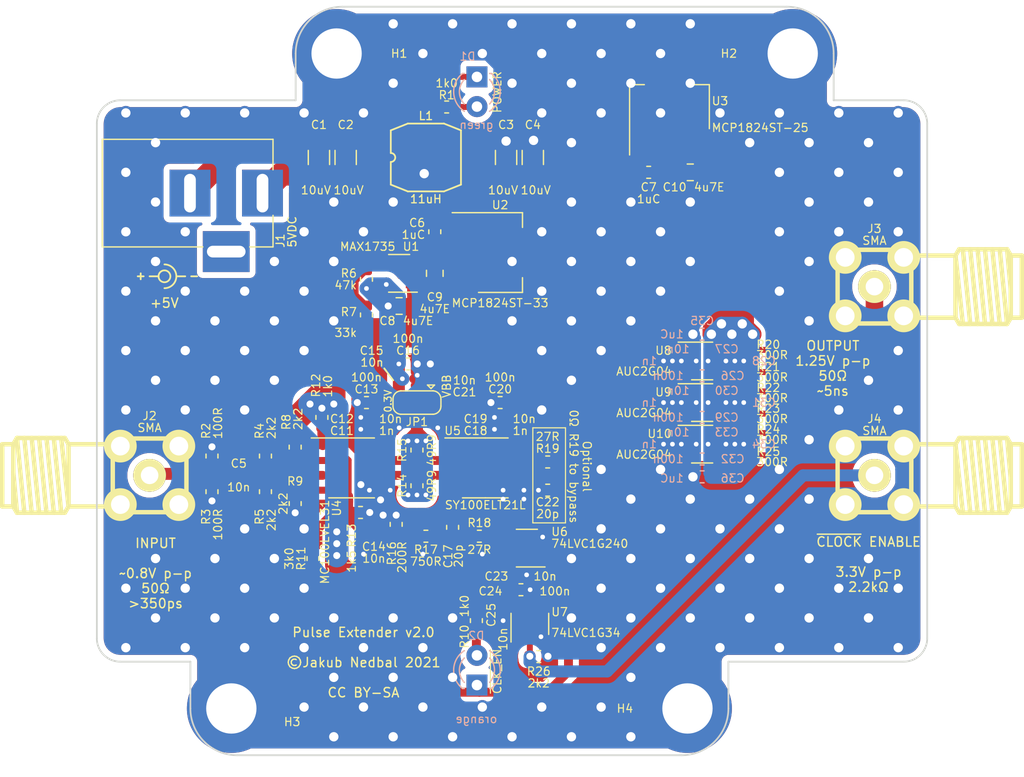
<source format=kicad_pcb>
(kicad_pcb (version 20171130) (host pcbnew 5.1.10-88a1d61d58~90~ubuntu20.04.1)
  (layers (0 F.Cu signal) (31 B.Cu signal) (34 B.Paste user) (35 F.Paste user) (36 B.SilkS user) (37 F.SilkS user) (38 B.Mask user) (39 F.Mask user) (44 Edge.Cuts user))
  (net 0 "")
  (net 1 "Net-(C1-Pad1)")
  (net 2 "Net-(C1-Pad2)")
  (net 3 +3V3)
  (net 4 GND)
  (net 5 +5V)
  (net 6 /INPUT)
  (net 7 VPP)
  (net 8 +2V5)
  (net 9 /VBB)
  (net 10 /OUTPUT)
  (net 11 "Net-(D1-Pad2)")
  (net 12 /BUFFEREDOUT)
  (net 13 /TERMINATION)
  (net 14 /1.25V)
  (net 15 /LVPECL_LOW_1V65)
  (net 16 /~Q)
  (net 17 /Q)
  (net 18 "Net-(R19-Pad2)")
  (net 19 "Net-(R20-Pad2)")
  (net 20 "Net-(R21-Pad2)")
  (net 21 "Net-(R22-Pad2)")
  (net 22 "Net-(R23-Pad2)")
  (net 23 "Net-(C5-Pad1)")
  (net 24 "Net-(C14-Pad1)")
  (net 25 "Net-(C17-Pad1)")
  (net 26 /SET)
  (net 27 /~ENABLE)
  (net 28 /~ENABLEBUF)
  (net 29 "Net-(R24-Pad2)")
  (net 30 "Net-(D2-Pad2)")
  (net 31 "Net-(R18-Pad1)")
  (net 32 "Net-(R25-Pad2)")
  (module Package_TO_SOT_SMD:SOT-23-5 (layer F.Cu) (at 128.524 99.568 90)
    (fp_text reference U7 (at 1.016 1.778 180) (layer F.SilkS) (effects (font (size 0.7 0.7) (thickness 0.1)) (justify left)))
    (fp_text value 74LVC1G34 (at -0.762 1.778 180) (layer F.SilkS) (effects (font (size 0.7 0.7) (thickness 0.1)) (justify left)))
    (pad 5 smd rect (at 1.1 -0.95 90) (size 1.06 0.65) (layers F.Cu F.Paste F.Mask) (net 3 +3V3))
    (pad 4 smd rect (at 1.1 0.95 90) (size 1.06 0.65) (layers F.Cu F.Paste F.Mask) (net 28 /~ENABLEBUF))
    (pad 3 smd rect (at -1.1 0.95 90) (size 1.06 0.65) (layers F.Cu F.Paste F.Mask) (net 4 GND))
    (pad 2 smd rect (at -1.1 0 90) (size 1.06 0.65) (layers F.Cu F.Paste F.Mask) (net 27 /~ENABLE))
    (pad 1 smd rect (at -1.1 -0.95 90) (size 1.06 0.65) (layers F.Cu F.Paste F.Mask))
  )
  (module Package_TO_SOT_SMD:SOT-23-5 (layer F.Cu) (at 128.27 93.091 180)
    (fp_text reference U6 (at -2.032 1.397) (layer F.SilkS) (effects (font (size 0.7 0.7) (thickness 0.1)) (justify left)))
    (fp_text value 74LVC1G240 (at -2.032 0.381) (layer F.SilkS) (effects (font (size 0.7 0.7) (thickness 0.1)) (justify left)))
    (pad 5 smd rect (at 1.1 -0.95 180) (size 1.06 0.65) (layers F.Cu F.Paste F.Mask) (net 3 +3V3))
    (pad 4 smd rect (at 1.1 0.95 180) (size 1.06 0.65) (layers F.Cu F.Paste F.Mask) (net 31 "Net-(R18-Pad1)"))
    (pad 3 smd rect (at -1.1 0.95 180) (size 1.06 0.65) (layers F.Cu F.Paste F.Mask) (net 4 GND))
    (pad 2 smd rect (at -1.1 0 180) (size 1.06 0.65) (layers F.Cu F.Paste F.Mask) (net 10 /OUTPUT))
    (pad 1 smd rect (at -1.1 -0.95 180) (size 1.06 0.65) (layers F.Cu F.Paste F.Mask) (net 28 /~ENABLEBUF))
  )
  (module Resistor_SMD:R_0603_1608Metric (layer F.Cu) (at 129.286 102.362 180)
    (fp_text reference R26 (at 0 -1.27) (layer F.SilkS) (effects (font (size 0.7 0.7) (thickness 0.1))))
    (fp_text value 2k2 (at 0 -2.286) (layer F.SilkS) (effects (font (size 0.7 0.7) (thickness 0.1))))
    (pad 2 smd roundrect (at 0.7875 0 180) (size 0.875 0.95) (layers F.Cu F.Paste F.Mask) (net 27 /~ENABLE))
    (pad 1 smd roundrect (at -0.7875 0 180) (size 0.875 0.95) (layers F.Cu F.Paste F.Mask) (net 4 GND))
  )
  (module Resistor_SMD:R_0603_1608Metric (layer F.Cu) (at 109.982 93.98 270)
    (fp_text reference R11 (at 0 1.016 90) (layer F.SilkS) (effects (font (size 0.7 0.7) (thickness 0.1))))
    (fp_text value 3k0 (at 0 2.032 90) (layer F.SilkS) (effects (font (size 0.7 0.7) (thickness 0.1))))
    (pad 2 smd roundrect (at 0.7875 0 270) (size 0.875 0.95) (layers F.Cu F.Paste F.Mask) (net 28 /~ENABLEBUF))
    (pad 1 smd roundrect (at -0.7875 0 270) (size 0.875 0.95) (layers F.Cu F.Paste F.Mask) (net 26 /SET))
  )
  (module jakub:SMA_5.0mm (layer F.Cu) (at 157.988 86.868 270)
    (fp_text reference J4 (at -4.826 0 180) (layer F.SilkS) (effects (font (size 0.7 0.7) (thickness 0.1))))
    (fp_text value SMA (at -3.81 0 180) (layer F.SilkS) (effects (font (size 0.7 0.7) (thickness 0.1))))
    (pad 4 thru_hole circle (at 2.5 2.5 270) (size 2.8 2.8) (drill 1.6) (layers *.Cu *.Mask F.SilkS) (net 4 GND))
    (pad 5 thru_hole circle (at -2.5 2.5 270) (size 2.8 2.8) (drill 1.6) (layers *.Cu *.Mask F.SilkS) (net 4 GND))
    (pad 2 thru_hole circle (at -2.5 -2.5 270) (size 2.8 2.8) (drill 1.6) (layers *.Cu *.Mask F.SilkS) (net 4 GND))
    (pad 3 thru_hole circle (at 2.5 -2.5 270) (size 2.8 2.8) (drill 1.6) (layers *.Cu *.Mask F.SilkS) (net 4 GND))
    (pad 1 thru_hole circle (at 0 0 270) (size 2.8 2.8) (drill 1.5) (layers *.Cu *.Mask F.SilkS) (net 27 /~ENABLE))
  )
  (module Capacitor_SMD:C_0402_1005Metric (layer F.Cu) (at 126.238 98.806 270)
    (fp_text reference C25 (at 0 1.016 90) (layer F.SilkS) (effects (font (size 0.7 0.7) (thickness 0.1))))
    (fp_text value 10n (at 1.016 0 90) (layer F.SilkS) (effects (font (size 0.7 0.7) (thickness 0.1)) (justify right)))
    (pad 2 smd roundrect (at 0.485 0 270) (size 0.59 0.64) (layers F.Cu F.Paste F.Mask) (net 4 GND))
    (pad 1 smd roundrect (at -0.485 0 270) (size 0.59 0.64) (layers F.Cu F.Paste F.Mask) (net 3 +3V3))
  )
  (module jakub:SMA_5.0mm (layer F.Cu) (at 157.988 70.732 270)
    (fp_text reference J3 (at -4.946 0 180) (layer F.SilkS) (effects (font (size 0.7 0.7) (thickness 0.1))))
    (fp_text value SMA (at -3.93 0 180) (layer F.SilkS) (effects (font (size 0.7 0.7) (thickness 0.1))))
    (pad 4 thru_hole circle (at 2.5 2.5 270) (size 2.8 2.8) (drill 1.6) (layers *.Cu *.Mask F.SilkS) (net 4 GND))
    (pad 5 thru_hole circle (at -2.5 2.5 270) (size 2.8 2.8) (drill 1.6) (layers *.Cu *.Mask F.SilkS) (net 4 GND))
    (pad 2 thru_hole circle (at -2.5 -2.5 270) (size 2.8 2.8) (drill 1.6) (layers *.Cu *.Mask F.SilkS) (net 4 GND))
    (pad 3 thru_hole circle (at 2.5 -2.5 270) (size 2.8 2.8) (drill 1.6) (layers *.Cu *.Mask F.SilkS) (net 4 GND))
    (pad 1 thru_hole circle (at 0 0 270) (size 2.8 2.8) (drill 1.5) (layers *.Cu *.Mask F.SilkS) (net 12 /BUFFEREDOUT))
  )
  (module jakub:SMA_5.0mm (layer F.Cu) (at 96.012 86.868 90)
    (fp_text reference J2 (at 5.08 0 180) (layer F.SilkS) (effects (font (size 0.7 0.7) (thickness 0.1))))
    (fp_text value SMA (at 4.064 0 180) (layer F.SilkS) (effects (font (size 0.7 0.7) (thickness 0.1))))
    (pad 4 thru_hole circle (at 2.5 2.5 90) (size 2.8 2.8) (drill 1.6) (layers *.Cu *.Mask F.SilkS) (net 4 GND))
    (pad 5 thru_hole circle (at -2.5 2.5 90) (size 2.8 2.8) (drill 1.6) (layers *.Cu *.Mask F.SilkS) (net 4 GND))
    (pad 2 thru_hole circle (at -2.5 -2.5 90) (size 2.8 2.8) (drill 1.6) (layers *.Cu *.Mask F.SilkS) (net 4 GND))
    (pad 3 thru_hole circle (at 2.5 -2.5 90) (size 2.8 2.8) (drill 1.6) (layers *.Cu *.Mask F.SilkS) (net 4 GND))
    (pad 1 thru_hole circle (at 0 0 90) (size 2.8 2.8) (drill 1.5) (layers *.Cu *.Mask F.SilkS) (net 6 /INPUT))
  )
  (module Capacitor_SMD:C_1206_3216Metric (layer F.Cu) (at 110.49 59.69 90)
    (fp_text reference C1 (at 2.794 0 180) (layer F.SilkS) (effects (font (size 0.7 0.7) (thickness 0.1))))
    (fp_text value 10uV (at -2.794 -0.254 180) (layer F.SilkS) (effects (font (size 0.7 0.7) (thickness 0.1))))
    (pad 1 smd roundrect (at -1.4 0 90) (size 1.25 1.75) (layers F.Cu F.Paste F.Mask) (roundrect_rratio 0.2) (net 1 "Net-(C1-Pad1)"))
    (pad 2 smd roundrect (at 1.4 0 90) (size 1.25 1.75) (layers F.Cu F.Paste F.Mask) (roundrect_rratio 0.2) (net 2 "Net-(C1-Pad2)"))
  )
  (module Capacitor_SMD:C_1206_3216Metric (layer F.Cu) (at 112.776 59.69 90)
    (fp_text reference C2 (at 2.794 0 180) (layer F.SilkS) (effects (font (size 0.7 0.7) (thickness 0.1))))
    (fp_text value 10uV (at -2.794 0.254 180) (layer F.SilkS) (effects (font (size 0.7 0.7) (thickness 0.1))))
    (pad 2 smd roundrect (at 1.4 0 90) (size 1.25 1.75) (layers F.Cu F.Paste F.Mask) (roundrect_rratio 0.2) (net 2 "Net-(C1-Pad2)"))
    (pad 1 smd roundrect (at -1.4 0 90) (size 1.25 1.75) (layers F.Cu F.Paste F.Mask) (roundrect_rratio 0.2) (net 1 "Net-(C1-Pad1)"))
  )
  (module Capacitor_SMD:C_1206_3216Metric (layer F.Cu) (at 126.492 59.69 90)
    (fp_text reference C3 (at 2.794 0 180) (layer F.SilkS) (effects (font (size 0.7 0.7) (thickness 0.1))))
    (fp_text value 10uV (at -2.794 -0.254 180) (layer F.SilkS) (effects (font (size 0.7 0.7) (thickness 0.1))))
    (pad 1 smd roundrect (at -1.4 0 90) (size 1.25 1.75) (layers F.Cu F.Paste F.Mask) (roundrect_rratio 0.2) (net 5 +5V))
    (pad 2 smd roundrect (at 1.4 0 90) (size 1.25 1.75) (layers F.Cu F.Paste F.Mask) (roundrect_rratio 0.2) (net 4 GND))
  )
  (module Capacitor_SMD:C_1206_3216Metric (layer F.Cu) (at 128.778 59.69 90)
    (fp_text reference C4 (at 2.794 0 180) (layer F.SilkS) (effects (font (size 0.7 0.7) (thickness 0.1))))
    (fp_text value 10uV (at -2.794 0.254 180) (layer F.SilkS) (effects (font (size 0.7 0.7) (thickness 0.1))))
    (pad 2 smd roundrect (at 1.4 0 90) (size 1.25 1.75) (layers F.Cu F.Paste F.Mask) (roundrect_rratio 0.2) (net 4 GND))
    (pad 1 smd roundrect (at -1.4 0 90) (size 1.25 1.75) (layers F.Cu F.Paste F.Mask) (roundrect_rratio 0.2) (net 5 +5V))
  )
  (module Capacitor_SMD:C_0402_1005Metric (layer F.Cu) (at 103.632 86.741 180)
    (fp_text reference C5 (at 0 0.889) (layer F.SilkS) (effects (font (size 0.7 0.7) (thickness 0.1))))
    (fp_text value 10n (at 0 -1.143) (layer F.SilkS) (effects (font (size 0.7 0.7) (thickness 0.1))))
    (pad 1 smd roundrect (at -0.485 0 180) (size 0.59 0.64) (layers F.Cu F.Paste F.Mask) (net 23 "Net-(C5-Pad1)"))
    (pad 2 smd roundrect (at 0.485 0 180) (size 0.59 0.64) (layers F.Cu F.Paste F.Mask) (net 6 /INPUT))
  )
  (module Capacitor_SMD:C_0603_1608Metric (layer F.Cu) (at 120.396 66.04 270)
    (fp_text reference C6 (at -0.762 0.762 180) (layer F.SilkS) (effects (font (size 0.7 0.7) (thickness 0.1)) (justify right)))
    (fp_text value 1uC (at 0.254 0.762 180) (layer F.SilkS) (effects (font (size 0.7 0.7) (thickness 0.1)) (justify right)))
    (pad 1 smd roundrect (at -0.7875 0 270) (size 0.875 0.95) (layers F.Cu F.Paste F.Mask) (net 5 +5V))
    (pad 2 smd roundrect (at 0.7875 0 270) (size 0.875 0.95) (layers F.Cu F.Paste F.Mask) (net 4 GND))
  )
  (module Capacitor_SMD:C_0603_1608Metric (layer F.Cu) (at 138.684 60.96)
    (fp_text reference C7 (at 0 1.27) (layer F.SilkS) (effects (font (size 0.7 0.7) (thickness 0.1))))
    (fp_text value 1uC (at 0 2.286) (layer F.SilkS) (effects (font (size 0.7 0.7) (thickness 0.1))))
    (pad 2 smd roundrect (at 0.7875 0) (size 0.875 0.95) (layers F.Cu F.Paste F.Mask) (net 4 GND))
    (pad 1 smd roundrect (at -0.7875 0) (size 0.875 0.95) (layers F.Cu F.Paste F.Mask) (net 5 +5V))
  )
  (module Capacitor_SMD:C_0805_2012Metric (layer F.Cu) (at 117.348 72.39)
    (fp_text reference C8 (at -0.254 1.27) (layer F.SilkS) (effects (font (size 0.7 0.7) (thickness 0.1)) (justify right)))
    (fp_text value 4u7E (at 0.254 1.27) (layer F.SilkS) (effects (font (size 0.7 0.7) (thickness 0.1)) (justify left)))
    (pad 1 smd roundrect (at -0.9375 0) (size 0.975 1.4) (layers F.Cu F.Paste F.Mask) (net 7 VPP))
    (pad 2 smd roundrect (at 0.9375 0) (size 0.975 1.4) (layers F.Cu F.Paste F.Mask) (net 3 +3V3))
  )
  (module Capacitor_SMD:C_0805_2012Metric (layer F.Cu) (at 120.396 69.596 90)
    (fp_text reference C9 (at -2.032 0 180) (layer F.SilkS) (effects (font (size 0.7 0.7) (thickness 0.1))))
    (fp_text value 4u7E (at -3.048 0 180) (layer F.SilkS) (effects (font (size 0.7 0.7) (thickness 0.1))))
    (pad 1 smd roundrect (at -0.9375 0 90) (size 0.975 1.4) (layers F.Cu F.Paste F.Mask) (net 3 +3V3))
    (pad 2 smd roundrect (at 0.9375 0 90) (size 0.975 1.4) (layers F.Cu F.Paste F.Mask) (net 4 GND))
  )
  (module Capacitor_SMD:C_0805_2012Metric (layer F.Cu) (at 142.24 60.96 180)
    (fp_text reference C10 (at 0.254 -1.27) (layer F.SilkS) (effects (font (size 0.7 0.7) (thickness 0.1)) (justify right)))
    (fp_text value 4u7E (at -0.254 -1.27) (layer F.SilkS) (effects (font (size 0.7 0.7) (thickness 0.1)) (justify left)))
    (pad 2 smd roundrect (at 0.9375 0 180) (size 0.975 1.4) (layers F.Cu F.Paste F.Mask) (net 4 GND))
    (pad 1 smd roundrect (at -0.9375 0 180) (size 0.975 1.4) (layers F.Cu F.Paste F.Mask) (net 8 +2V5))
  )
  (module Capacitor_SMD:C_0402_1005Metric (layer F.Cu) (at 114.554 82.931 180)
    (fp_text reference C11 (at 1.016 -0.127) (layer F.SilkS) (effects (font (size 0.7 0.7) (thickness 0.1)) (justify right)))
    (fp_text value 1n (at -1.016 -0.127) (layer F.SilkS) (effects (font (size 0.7 0.7) (thickness 0.1)) (justify left)))
    (pad 1 smd roundrect (at -0.485 0 180) (size 0.59 0.64) (layers F.Cu F.Paste F.Mask) (net 3 +3V3))
    (pad 2 smd roundrect (at 0.485 0 180) (size 0.59 0.64) (layers F.Cu F.Paste F.Mask) (net 4 GND))
  )
  (module Capacitor_SMD:C_0402_1005Metric (layer F.Cu) (at 114.554 81.915 180)
    (fp_text reference C12 (at 1.016 -0.127) (layer F.SilkS) (effects (font (size 0.7 0.7) (thickness 0.1)) (justify right)))
    (fp_text value 10n (at -1.016 -0.127) (layer F.SilkS) (effects (font (size 0.7 0.7) (thickness 0.1)) (justify left)))
    (pad 2 smd roundrect (at 0.485 0 180) (size 0.59 0.64) (layers F.Cu F.Paste F.Mask) (net 4 GND))
    (pad 1 smd roundrect (at -0.485 0 180) (size 0.59 0.64) (layers F.Cu F.Paste F.Mask) (net 3 +3V3))
  )
  (module Capacitor_SMD:C_0603_1608Metric (layer F.Cu) (at 114.554 80.645 180)
    (fp_text reference C13 (at 0 1.143) (layer F.SilkS) (effects (font (size 0.7 0.7) (thickness 0.1))))
    (fp_text value 100n (at 0 2.159) (layer F.SilkS) (effects (font (size 0.7 0.7) (thickness 0.1))))
    (pad 2 smd roundrect (at 0.7875 0 180) (size 0.875 0.95) (layers F.Cu F.Paste F.Mask) (net 4 GND))
    (pad 1 smd roundrect (at -0.7875 0 180) (size 0.875 0.95) (layers F.Cu F.Paste F.Mask) (net 3 +3V3))
  )
  (module Capacitor_SMD:C_0402_1005Metric (layer F.Cu) (at 115.189 91.948 180)
    (fp_text reference C14 (at 0 -1.016) (layer F.SilkS) (effects (font (size 0.7 0.7) (thickness 0.1))))
    (fp_text value 10n (at 0 -2.032) (layer F.SilkS) (effects (font (size 0.7 0.7) (thickness 0.1))))
    (pad 2 smd roundrect (at 0.485 0 180) (size 0.59 0.64) (layers F.Cu F.Paste F.Mask) (net 26 /SET))
    (pad 1 smd roundrect (at -0.485 0 180) (size 0.59 0.64) (layers F.Cu F.Paste F.Mask) (net 24 "Net-(C14-Pad1)"))
  )
  (module Capacitor_SMD:C_0402_1005Metric (layer F.Cu) (at 118.11 78.613)
    (fp_text reference C15 (at -2.032 -2.413) (layer F.SilkS) (effects (font (size 0.7 0.7) (thickness 0.1)) (justify right)))
    (fp_text value 10n (at -2.032 -1.397) (layer F.SilkS) (effects (font (size 0.7 0.7) (thickness 0.1)) (justify right)))
    (pad 1 smd roundrect (at -0.485 0) (size 0.59 0.64) (layers F.Cu F.Paste F.Mask) (net 7 VPP))
    (pad 2 smd roundrect (at 0.485 0) (size 0.59 0.64) (layers F.Cu F.Paste F.Mask) (net 4 GND))
  )
  (module Capacitor_SMD:C_0603_1608Metric (layer F.Cu) (at 118.11 77.343)
    (fp_text reference C16 (at 0 -1.143) (layer F.SilkS) (effects (font (size 0.7 0.7) (thickness 0.1))))
    (fp_text value 100n (at 0 -2.159) (layer F.SilkS) (effects (font (size 0.7 0.7) (thickness 0.1))))
    (pad 1 smd roundrect (at -0.7875 0) (size 0.875 0.95) (layers F.Cu F.Paste F.Mask) (net 7 VPP))
    (pad 2 smd roundrect (at 0.7875 0) (size 0.875 0.95) (layers F.Cu F.Paste F.Mask) (net 4 GND))
  )
  (module Capacitor_SMD:C_0402_1005Metric (layer F.Cu) (at 125.984 82.931 180)
    (fp_text reference C18 (at 1.016 -0.127) (layer F.SilkS) (effects (font (size 0.7 0.7) (thickness 0.1)) (justify right)))
    (fp_text value 1n (at -1.016 -0.127) (layer F.SilkS) (effects (font (size 0.7 0.7) (thickness 0.1)) (justify left)))
    (pad 2 smd roundrect (at 0.485 0 180) (size 0.59 0.64) (layers F.Cu F.Paste F.Mask) (net 4 GND))
    (pad 1 smd roundrect (at -0.485 0 180) (size 0.59 0.64) (layers F.Cu F.Paste F.Mask) (net 3 +3V3))
  )
  (module Capacitor_SMD:C_0402_1005Metric (layer F.Cu) (at 125.984 81.915 180)
    (fp_text reference C19 (at 1.016 -0.127) (layer F.SilkS) (effects (font (size 0.7 0.7) (thickness 0.1)) (justify right)))
    (fp_text value 10n (at -1.016 -0.127) (layer F.SilkS) (effects (font (size 0.7 0.7) (thickness 0.1)) (justify left)))
    (pad 1 smd roundrect (at -0.485 0 180) (size 0.59 0.64) (layers F.Cu F.Paste F.Mask) (net 3 +3V3))
    (pad 2 smd roundrect (at 0.485 0 180) (size 0.59 0.64) (layers F.Cu F.Paste F.Mask) (net 4 GND))
  )
  (module Capacitor_SMD:C_0603_1608Metric (layer F.Cu) (at 125.984 80.645 180)
    (fp_text reference C20 (at 0 1.143) (layer F.SilkS) (effects (font (size 0.7 0.7) (thickness 0.1))))
    (fp_text value 100n (at 0 2.159) (layer F.SilkS) (effects (font (size 0.7 0.7) (thickness 0.1))))
    (pad 2 smd roundrect (at 0.7875 0 180) (size 0.875 0.95) (layers F.Cu F.Paste F.Mask) (net 4 GND))
    (pad 1 smd roundrect (at -0.7875 0 180) (size 0.875 0.95) (layers F.Cu F.Paste F.Mask) (net 3 +3V3))
  )
  (module Capacitor_SMD:C_0402_1005Metric (layer F.Cu) (at 122.428 80.645 180)
    (fp_text reference C21 (at -0.508 0.889) (layer F.SilkS) (effects (font (size 0.7 0.7) (thickness 0.1))))
    (fp_text value 10n (at -0.508 1.905) (layer F.SilkS) (effects (font (size 0.7 0.7) (thickness 0.1))))
    (pad 2 smd roundrect (at 0.485 0 180) (size 0.59 0.64) (layers F.Cu F.Paste F.Mask) (net 9 /VBB))
    (pad 1 smd roundrect (at -0.485 0 180) (size 0.59 0.64) (layers F.Cu F.Paste F.Mask) (net 3 +3V3))
  )
  (module Capacitor_SMD:C_0402_1005Metric (layer F.Cu) (at 127.762 95.377)
    (fp_text reference C23 (at -1.016 0.127) (layer F.SilkS) (effects (font (size 0.7 0.7) (thickness 0.1)) (justify right)))
    (fp_text value 10n (at 1.016 0.127) (layer F.SilkS) (effects (font (size 0.7 0.7) (thickness 0.1)) (justify left)))
    (pad 1 smd roundrect (at -0.485 0) (size 0.59 0.64) (layers F.Cu F.Paste F.Mask) (net 3 +3V3))
    (pad 2 smd roundrect (at 0.485 0) (size 0.59 0.64) (layers F.Cu F.Paste F.Mask) (net 4 GND))
  )
  (module Capacitor_SMD:C_0603_1608Metric (layer F.Cu) (at 127.762 96.647)
    (fp_text reference C24 (at -1.524 0.127) (layer F.SilkS) (effects (font (size 0.7 0.7) (thickness 0.1)) (justify right)))
    (fp_text value 100n (at 1.524 0.127) (layer F.SilkS) (effects (font (size 0.7 0.7) (thickness 0.1)) (justify left)))
    (pad 1 smd roundrect (at -0.7875 0) (size 0.875 0.95) (layers F.Cu F.Paste F.Mask) (net 3 +3V3))
    (pad 2 smd roundrect (at 0.7875 0) (size 0.875 0.95) (layers F.Cu F.Paste F.Mask) (net 4 GND))
  )
  (module Capacitor_SMD:C_0603_1608Metric (layer B.Cu) (at 143.256 74.803 180)
    (fp_text reference C35 (at 0 1.143) (layer B.SilkS) (effects (font (size 0.7 0.7) (thickness 0.1)) (justify mirror)))
    (fp_text value 1uC (at 1.524 0) (layer B.SilkS) (effects (font (size 0.7 0.7) (thickness 0.1)) (justify left mirror)))
    (pad 1 smd roundrect (at -0.7875 0 180) (size 0.875 0.95) (layers B.Cu B.Paste B.Mask) (net 8 +2V5))
    (pad 2 smd roundrect (at 0.7875 0 180) (size 0.875 0.95) (layers B.Cu B.Paste B.Mask) (net 4 GND))
  )
  (module Capacitor_SMD:C_0603_1608Metric (layer B.Cu) (at 143.256 86.995 180)
    (fp_text reference C36 (at -1.524 -0.127) (layer B.SilkS) (effects (font (size 0.7 0.7) (thickness 0.1)) (justify right mirror)))
    (fp_text value 1uC (at 1.524 -0.127) (layer B.SilkS) (effects (font (size 0.7 0.7) (thickness 0.1)) (justify left mirror)))
    (pad 2 smd roundrect (at 0.7875 0 180) (size 0.875 0.95) (layers B.Cu B.Paste B.Mask) (net 4 GND))
    (pad 1 smd roundrect (at -0.7875 0 180) (size 0.875 0.95) (layers B.Cu B.Paste B.Mask) (net 8 +2V5))
  )
  (module Capacitor_SMD:C_0603_1608Metric (layer B.Cu) (at 143.256 78.359)
    (fp_text reference C26 (at 1.524 0) (layer B.SilkS) (effects (font (size 0.7 0.7) (thickness 0.1)) (justify right mirror)))
    (fp_text value 100n (at -1.524 0) (layer B.SilkS) (effects (font (size 0.7 0.7) (thickness 0.1)) (justify left mirror)))
    (pad 1 smd roundrect (at -0.7875 0) (size 0.875 0.95) (layers B.Cu B.Paste B.Mask) (net 4 GND))
    (pad 2 smd roundrect (at 0.7875 0) (size 0.875 0.95) (layers B.Cu B.Paste B.Mask) (net 8 +2V5))
  )
  (module Capacitor_SMD:C_0402_1005Metric (layer B.Cu) (at 143.256 76.073)
    (fp_text reference C27 (at 1.016 0) (layer B.SilkS) (effects (font (size 0.7 0.7) (thickness 0.1)) (justify right mirror)))
    (fp_text value 10n (at -1.016 0) (layer B.SilkS) (effects (font (size 0.7 0.7) (thickness 0.1)) (justify left mirror)))
    (pad 2 smd roundrect (at 0.485 0) (size 0.59 0.64) (layers B.Cu B.Paste B.Mask) (net 8 +2V5))
    (pad 1 smd roundrect (at -0.485 0) (size 0.59 0.64) (layers B.Cu B.Paste B.Mask) (net 4 GND))
  )
  (module Capacitor_SMD:C_0402_1005Metric (layer B.Cu) (at 143.256 77.089 180)
    (fp_text reference C28 (at -4.191 0) (layer B.SilkS) (effects (font (size 0.7 0.7) (thickness 0.1)) (justify right mirror)))
    (fp_text value 1n (at 3.81 0) (layer B.SilkS) (effects (font (size 0.7 0.7) (thickness 0.1)) (justify left mirror)))
    (pad 2 smd roundrect (at 0.485 0 180) (size 0.59 0.64) (layers B.Cu B.Paste B.Mask) (net 4 GND))
    (pad 1 smd roundrect (at -0.485 0 180) (size 0.59 0.64) (layers B.Cu B.Paste B.Mask) (net 8 +2V5))
  )
  (module Capacitor_SMD:C_0603_1608Metric (layer B.Cu) (at 143.256 81.915)
    (fp_text reference C29 (at 1.016 0) (layer B.SilkS) (effects (font (size 0.7 0.7) (thickness 0.1)) (justify right mirror)))
    (fp_text value 100n (at -1.524 0) (layer B.SilkS) (effects (font (size 0.7 0.7) (thickness 0.1)) (justify left mirror)))
    (pad 2 smd roundrect (at 0.7875 0) (size 0.875 0.95) (layers B.Cu B.Paste B.Mask) (net 8 +2V5))
    (pad 1 smd roundrect (at -0.7875 0) (size 0.875 0.95) (layers B.Cu B.Paste B.Mask) (net 4 GND))
  )
  (module Capacitor_SMD:C_0402_1005Metric (layer B.Cu) (at 143.256 79.629)
    (fp_text reference C30 (at 1.016 0) (layer B.SilkS) (effects (font (size 0.7 0.7) (thickness 0.1)) (justify right mirror)))
    (fp_text value 10n (at -1.016 0) (layer B.SilkS) (effects (font (size 0.7 0.7) (thickness 0.1)) (justify left mirror)))
    (pad 1 smd roundrect (at -0.485 0) (size 0.59 0.64) (layers B.Cu B.Paste B.Mask) (net 4 GND))
    (pad 2 smd roundrect (at 0.485 0) (size 0.59 0.64) (layers B.Cu B.Paste B.Mask) (net 8 +2V5))
  )
  (module Capacitor_SMD:C_0402_1005Metric (layer B.Cu) (at 143.256 80.645 180)
    (fp_text reference C31 (at -4.191 0) (layer B.SilkS) (effects (font (size 0.7 0.7) (thickness 0.1)) (justify right mirror)))
    (fp_text value 1n (at 3.81 0) (layer B.SilkS) (effects (font (size 0.7 0.7) (thickness 0.1)) (justify left mirror)))
    (pad 1 smd roundrect (at -0.485 0 180) (size 0.59 0.64) (layers B.Cu B.Paste B.Mask) (net 8 +2V5))
    (pad 2 smd roundrect (at 0.485 0 180) (size 0.59 0.64) (layers B.Cu B.Paste B.Mask) (net 4 GND))
  )
  (module Capacitor_SMD:C_0603_1608Metric (layer B.Cu) (at 143.256 85.471)
    (fp_text reference C32 (at 1.524 0) (layer B.SilkS) (effects (font (size 0.7 0.7) (thickness 0.1)) (justify right mirror)))
    (fp_text value 100n (at -1.524 0) (layer B.SilkS) (effects (font (size 0.7 0.7) (thickness 0.1)) (justify left mirror)))
    (pad 1 smd roundrect (at -0.7875 0) (size 0.875 0.95) (layers B.Cu B.Paste B.Mask) (net 4 GND))
    (pad 2 smd roundrect (at 0.7875 0) (size 0.875 0.95) (layers B.Cu B.Paste B.Mask) (net 8 +2V5))
  )
  (module Capacitor_SMD:C_0402_1005Metric (layer B.Cu) (at 143.256 83.185)
    (fp_text reference C33 (at 1.016 0) (layer B.SilkS) (effects (font (size 0.7 0.7) (thickness 0.1)) (justify right mirror)))
    (fp_text value 10n (at -1.016 0) (layer B.SilkS) (effects (font (size 0.7 0.7) (thickness 0.1)) (justify left mirror)))
    (pad 1 smd roundrect (at -0.485 0) (size 0.59 0.64) (layers B.Cu B.Paste B.Mask) (net 4 GND))
    (pad 2 smd roundrect (at 0.485 0) (size 0.59 0.64) (layers B.Cu B.Paste B.Mask) (net 8 +2V5))
  )
  (module Capacitor_SMD:C_0402_1005Metric (layer B.Cu) (at 143.256 84.201 180)
    (fp_text reference C34 (at -4.191 0) (layer B.SilkS) (effects (font (size 0.7 0.7) (thickness 0.1)) (justify right mirror)))
    (fp_text value 1n (at 3.81 0) (layer B.SilkS) (effects (font (size 0.7 0.7) (thickness 0.1)) (justify left mirror)))
    (pad 1 smd roundrect (at -0.485 0 180) (size 0.59 0.64) (layers B.Cu B.Paste B.Mask) (net 8 +2V5))
    (pad 2 smd roundrect (at 0.485 0 180) (size 0.59 0.64) (layers B.Cu B.Paste B.Mask) (net 4 GND))
  )
  (module LED_THT:LED_D3.0mm (layer B.Cu) (at 124 52.8 270)
    (fp_text reference D1 (at -1.746 0.81 180) (layer B.SilkS) (effects (font (size 0.7 0.7) (thickness 0.1)) (justify mirror)))
    (fp_text value green (at 4.096 0.048 180) (layer B.SilkS) (effects (font (size 0.7 0.7) (thickness 0.1)) (justify mirror)))
    (pad 1 thru_hole rect (at 0 0 270) (size 1.8 1.8) (drill 0.9) (layers *.Cu *.Mask) (net 2 "Net-(C1-Pad2)"))
    (pad 2 thru_hole circle (at 2.54 0 270) (size 1.8 1.8) (drill 0.9) (layers *.Cu *.Mask) (net 11 "Net-(D1-Pad2)"))
  )
  (module MountingHole:MountingHole_4.3mm_M4_Pad (layer F.Cu) (at 112 50.8)
    (fp_text reference H1 (at 5.348 0) (layer F.SilkS) (effects (font (size 0.7 0.7) (thickness 0.1))))
    (fp_text value M4)
    (pad 1 thru_hole circle (at 0 0) (size 7.6 7.6) (drill 4.3) (layers *.Cu *.Mask) (net 4 GND))
  )
  (module MountingHole:MountingHole_4.3mm_M4_Pad (layer F.Cu) (at 151 50.8)
    (fp_text reference H2 (at -5.458 0) (layer F.SilkS) (effects (font (size 0.7 0.7) (thickness 0.1))))
    (fp_text value M4)
    (pad 1 thru_hole circle (at 0 0) (size 7.6 7.6) (drill 4.3) (layers *.Cu *.Mask) (net 4 GND))
  )
  (module MountingHole:MountingHole_4.3mm_M4_Pad (layer F.Cu) (at 103 106.8)
    (fp_text reference H3 (at 5.204 1.15) (layer F.SilkS) (effects (font (size 0.7 0.7) (thickness 0.1))))
    (fp_text value M4)
    (pad 1 thru_hole circle (at 0 0) (size 7.6 7.6) (drill 4.3) (layers *.Cu *.Mask) (net 4 GND))
  )
  (module MountingHole:MountingHole_4.3mm_M4_Pad (layer F.Cu) (at 142 106.8)
    (fp_text reference H4 (at -5.348 0.007) (layer F.SilkS) (effects (font (size 0.7 0.7) (thickness 0.1))))
    (fp_text value M4)
    (pad 1 thru_hole circle (at 0 0) (size 7.6 7.6) (drill 4.3) (layers *.Cu *.Mask) (net 4 GND))
  )
  (module jakub:BARREL_JACK (layer F.Cu) (at 105.664 62.738)
    (fp_text reference J1 (at 1.524 4.064 90) (layer F.SilkS) (effects (font (size 0.7 0.7) (thickness 0.11))))
    (fp_text value 5VDC (at 2.54 3.302 90) (layer F.SilkS) (effects (font (size 0.7 0.7) (thickness 0.11))))
    (pad 1 thru_hole rect (at 0 0) (size 3.5 4) (drill oval 1 3.3) (layers *.Cu *.Mask) (net 1 "Net-(C1-Pad1)"))
    (pad 2 thru_hole rect (at -6.2 0) (size 3.5 4) (drill oval 1 3.3) (layers *.Cu *.Mask) (net 2 "Net-(C1-Pad2)"))
    (pad 3 thru_hole rect (at -3.1 5) (size 4 3.5) (drill oval 3.3 1) (layers *.Cu *.Mask))
  )
  (module Jumper:SolderJumper-3_P1.3mm_Open_RoundedPad1.0x1.5mm (layer F.Cu) (at 118.872 80.645 180)
    (fp_text reference JP1 (at 0 -1.651) (layer F.SilkS) (effects (font (size 0.7 0.7) (thickness 0.1))))
    (fp_text value SolderJumper)
    (pad 1 smd custom (at -1.3 0 180) (size 1 0.5) (layers F.Cu F.Mask) (net 9 /VBB) (options (clearance outline) (anchor rect)) (primitives (gr_circle (center 0 0.25) (end 0.5 0.25) (width 0)) (gr_circle (center 0 -0.25) (end 0.5 -0.25) (width 0)) (gr_poly (pts (xy 0.55 -0.75) (xy 0 -0.75) (xy 0 0.75) (xy 0.55 0.75)) (width 0))))
    (pad 3 smd custom (at 1.3 0 180) (size 1 0.5) (layers F.Cu F.Mask) (net 7 VPP) (options (clearance outline) (anchor rect)) (primitives (gr_circle (center 0 0.25) (end 0.5 0.25) (width 0)) (gr_circle (center 0 -0.25) (end 0.5 -0.25) (width 0)) (gr_poly (pts (xy -0.55 -0.75) (xy 0 -0.75) (xy 0 0.75) (xy -0.55 0.75)) (width 0))))
    (pad 2 smd rect (at 0 0 180) (size 1 1.5) (layers F.Cu F.Mask) (net 13 /TERMINATION))
  )
  (module jakub:DR334A (layer F.Cu) (at 119.634 59.69)
    (fp_text reference L1 (at 0 -3.556) (layer F.SilkS) (effects (font (size 0.7 0.7) (thickness 0.11))))
    (fp_text value 11uH (at 0 3.556) (layer F.SilkS) (effects (font (size 0.7 0.7) (thickness 0.11))))
    (pad 1 smd rect (at -3.75 -1.25) (size 2 1.2) (layers F.Cu F.Paste F.Mask) (net 2 "Net-(C1-Pad2)"))
    (pad 2 smd rect (at -3.75 1.25) (size 2 1.2) (layers F.Cu F.Paste F.Mask) (net 1 "Net-(C1-Pad1)"))
    (pad 3 smd rect (at 3.75 1.25) (size 2 1.2) (layers F.Cu F.Paste F.Mask) (net 5 +5V))
    (pad 4 smd rect (at 3.75 -1.25) (size 2 1.2) (layers F.Cu F.Paste F.Mask) (net 4 GND))
  )
  (module Resistor_SMD:R_0603_1608Metric (layer F.Cu) (at 121.412 55.372)
    (fp_text reference R1 (at 0 -1.016) (layer F.SilkS) (effects (font (size 0.7 0.7) (thickness 0.1))))
    (fp_text value 1k0 (at 0 -2.032) (layer F.SilkS) (effects (font (size 0.7 0.7) (thickness 0.1))))
    (pad 2 smd roundrect (at 0.7875 0) (size 0.875 0.95) (layers F.Cu F.Paste F.Mask) (net 11 "Net-(D1-Pad2)"))
    (pad 1 smd roundrect (at -0.7875 0) (size 0.875 0.95) (layers F.Cu F.Paste F.Mask) (net 1 "Net-(C1-Pad1)"))
  )
  (module Resistor_SMD:R_0603_1608Metric (layer F.Cu) (at 101.346 85.217 90)
    (fp_text reference R2 (at 1.397 -0.508 90) (layer F.SilkS) (effects (font (size 0.7 0.7) (thickness 0.1)) (justify left)))
    (fp_text value 100R (at 1.397 0.508 90) (layer F.SilkS) (effects (font (size 0.7 0.7) (thickness 0.1)) (justify left)))
    (pad 1 smd roundrect (at -0.7875 0 90) (size 0.875 0.95) (layers F.Cu F.Paste F.Mask) (net 6 /INPUT))
    (pad 2 smd roundrect (at 0.7875 0 90) (size 0.875 0.95) (layers F.Cu F.Paste F.Mask) (net 4 GND))
  )
  (module Resistor_SMD:R_0603_1608Metric (layer F.Cu) (at 101.346 88.265 270)
    (fp_text reference R3 (at 1.397 0.508 90) (layer F.SilkS) (effects (font (size 0.7 0.7) (thickness 0.1)) (justify right)))
    (fp_text value 100R (at 1.397 -0.508 90) (layer F.SilkS) (effects (font (size 0.7 0.7) (thickness 0.1)) (justify right)))
    (pad 2 smd roundrect (at 0.7875 0 270) (size 0.875 0.95) (layers F.Cu F.Paste F.Mask) (net 4 GND))
    (pad 1 smd roundrect (at -0.7875 0 270) (size 0.875 0.95) (layers F.Cu F.Paste F.Mask) (net 6 /INPUT))
  )
  (module Resistor_SMD:R_0603_1608Metric (layer F.Cu) (at 105.918 85.217 270)
    (fp_text reference R4 (at -1.397 0.508 90) (layer F.SilkS) (effects (font (size 0.7 0.7) (thickness 0.1)) (justify left)))
    (fp_text value 2k2 (at -1.397 -0.508 90) (layer F.SilkS) (effects (font (size 0.7 0.7) (thickness 0.1)) (justify left)))
    (pad 1 smd roundrect (at -0.7875 0 270) (size 0.875 0.95) (layers F.Cu F.Paste F.Mask) (net 3 +3V3))
    (pad 2 smd roundrect (at 0.7875 0 270) (size 0.875 0.95) (layers F.Cu F.Paste F.Mask) (net 23 "Net-(C5-Pad1)"))
  )
  (module Resistor_SMD:R_0603_1608Metric (layer F.Cu) (at 105.918 88.265 270)
    (fp_text reference R5 (at 1.397 0.508 90) (layer F.SilkS) (effects (font (size 0.7 0.7) (thickness 0.1)) (justify right)))
    (fp_text value 2k2 (at 1.397 -0.508 90) (layer F.SilkS) (effects (font (size 0.7 0.7) (thickness 0.1)) (justify right)))
    (pad 2 smd roundrect (at 0.7875 0 270) (size 0.875 0.95) (layers F.Cu F.Paste F.Mask) (net 4 GND))
    (pad 1 smd roundrect (at -0.7875 0 270) (size 0.875 0.95) (layers F.Cu F.Paste F.Mask) (net 23 "Net-(C5-Pad1)"))
  )
  (module Resistor_SMD:R_0603_1608Metric (layer F.Cu) (at 114.554 70.104 90)
    (fp_text reference R6 (at 0.508 -0.762 180) (layer F.SilkS) (effects (font (size 0.7 0.7) (thickness 0.1)) (justify right)))
    (fp_text value 47k (at -0.508 -0.762 180) (layer F.SilkS) (effects (font (size 0.7 0.7) (thickness 0.1)) (justify right)))
    (pad 1 smd roundrect (at -0.7875 0 90) (size 0.875 0.95) (layers F.Cu F.Paste F.Mask) (net 7 VPP))
    (pad 2 smd roundrect (at 0.7875 0 90) (size 0.875 0.95) (layers F.Cu F.Paste F.Mask) (net 14 /1.25V))
  )
  (module Resistor_SMD:R_0603_1608Metric (layer F.Cu) (at 114.554 73.152 270)
    (fp_text reference R7 (at -0.254 0.762 180) (layer F.SilkS) (effects (font (size 0.7 0.7) (thickness 0.1)) (justify right)))
    (fp_text value 33k (at 1.524 0.762 180) (layer F.SilkS) (effects (font (size 0.7 0.7) (thickness 0.1)) (justify right)))
    (pad 2 smd roundrect (at 0.7875 0 270) (size 0.875 0.95) (layers F.Cu F.Paste F.Mask) (net 3 +3V3))
    (pad 1 smd roundrect (at -0.7875 0 270) (size 0.875 0.95) (layers F.Cu F.Paste F.Mask) (net 14 /1.25V))
  )
  (module Resistor_SMD:R_0603_1608Metric (layer F.Cu) (at 108.458 84.455 270)
    (fp_text reference R8 (at -1.397 0.762 90) (layer F.SilkS) (effects (font (size 0.7 0.7) (thickness 0.1)) (justify left)))
    (fp_text value 2k2 (at -1.397 -0.254 90) (layer F.SilkS) (effects (font (size 0.7 0.7) (thickness 0.1)) (justify left)))
    (pad 1 smd roundrect (at -0.7875 0 270) (size 0.875 0.95) (layers F.Cu F.Paste F.Mask) (net 3 +3V3))
    (pad 2 smd roundrect (at 0.7875 0 270) (size 0.875 0.95) (layers F.Cu F.Paste F.Mask) (net 15 /LVPECL_LOW_1V65))
  )
  (module Resistor_SMD:R_0603_1608Metric (layer F.Cu) (at 108.458 89.281 270)
    (fp_text reference R9 (at -1.905 0 180) (layer F.SilkS) (effects (font (size 0.7 0.7) (thickness 0.1))))
    (fp_text value 2k2 (at 0 1.016 90) (layer F.SilkS) (effects (font (size 0.7 0.7) (thickness 0.1))))
    (pad 2 smd roundrect (at 0.7875 0 270) (size 0.875 0.95) (layers F.Cu F.Paste F.Mask) (net 4 GND))
    (pad 1 smd roundrect (at -0.7875 0 270) (size 0.875 0.95) (layers F.Cu F.Paste F.Mask) (net 15 /LVPECL_LOW_1V65))
  )
  (module Resistor_SMD:R_0603_1608Metric (layer F.Cu) (at 110.744 81.915 270)
    (fp_text reference R12 (at -1.651 0.508 90) (layer F.SilkS) (effects (font (size 0.7 0.7) (thickness 0.1)) (justify left)))
    (fp_text value 1k0 (at -1.651 -0.508 90) (layer F.SilkS) (effects (font (size 0.7 0.7) (thickness 0.1)) (justify left)))
    (pad 1 smd roundrect (at -0.7875 0 270) (size 0.875 0.95) (layers F.Cu F.Paste F.Mask) (net 3 +3V3))
    (pad 2 smd roundrect (at 0.7875 0 270) (size 0.875 0.95) (layers F.Cu F.Paste F.Mask) (net 26 /SET))
  )
  (module Resistor_SMD:R_0603_1608Metric (layer F.Cu) (at 114.046 90.043)
    (fp_text reference R13 (at -0.762 0.889 90) (layer F.SilkS) (effects (font (size 0.7 0.7) (thickness 0.1)) (justify right)))
    (fp_text value 1k5 (at -0.762 3.175 90) (layer F.SilkS) (effects (font (size 0.7 0.7) (thickness 0.1)) (justify right)))
    (pad 2 smd roundrect (at 0.7875 0) (size 0.875 0.95) (layers F.Cu F.Paste F.Mask) (net 4 GND))
    (pad 1 smd roundrect (at -0.7875 0) (size 0.875 0.95) (layers F.Cu F.Paste F.Mask) (net 26 /SET))
  )
  (module Resistor_SMD:R_0603_1608Metric (layer F.Cu) (at 118.872 87.757 90)
    (fp_text reference R14 (at 0 -1.27 90) (layer F.SilkS) (effects (font (size 0.7 0.7) (thickness 0.1))))
    (fp_text value 49R9 (at 0 1.27 90) (layer F.SilkS) (effects (font (size 0.7 0.7) (thickness 0.1))))
    (pad 1 smd roundrect (at -0.7875 0 90) (size 0.875 0.95) (layers F.Cu F.Paste F.Mask) (net 13 /TERMINATION))
    (pad 2 smd roundrect (at 0.7875 0 90) (size 0.875 0.95) (layers F.Cu F.Paste F.Mask) (net 16 /~Q))
  )
  (module Resistor_SMD:R_0603_1608Metric (layer F.Cu) (at 118.872 84.709 270)
    (fp_text reference R15 (at 0 1.27 90) (layer F.SilkS) (effects (font (size 0.7 0.7) (thickness 0.1))))
    (fp_text value 49R9 (at 0 -1.27 90) (layer F.SilkS) (effects (font (size 0.7 0.7) (thickness 0.1))))
    (pad 1 smd roundrect (at -0.7875 0 270) (size 0.875 0.95) (layers F.Cu F.Paste F.Mask) (net 13 /TERMINATION))
    (pad 2 smd roundrect (at 0.7875 0 270) (size 0.875 0.95) (layers F.Cu F.Paste F.Mask) (net 17 /Q))
  )
  (module Resistor_SMD:R_0603_1608Metric (layer F.Cu) (at 117.094 91.059 90)
    (fp_text reference R16 (at -1.397 -0.381 90) (layer F.SilkS) (effects (font (size 0.7 0.7) (thickness 0.1)) (justify right)))
    (fp_text value 200R (at -1.397 0.508 90) (layer F.SilkS) (effects (font (size 0.7 0.7) (thickness 0.1)) (justify right)))
    (pad 1 smd roundrect (at -0.7875 0 90) (size 0.875 0.95) (layers F.Cu F.Paste F.Mask) (net 24 "Net-(C14-Pad1)"))
    (pad 2 smd roundrect (at 0.7875 0 90) (size 0.875 0.95) (layers F.Cu F.Paste F.Mask) (net 4 GND))
  )
  (module Resistor_SMD:R_0603_1608Metric (layer F.Cu) (at 119.634 92.075 180)
    (fp_text reference R17 (at 0 -1.143) (layer F.SilkS) (effects (font (size 0.7 0.7) (thickness 0.1))))
    (fp_text value 750R (at 0 -2.159) (layer F.SilkS) (effects (font (size 0.7 0.7) (thickness 0.1))))
    (pad 2 smd roundrect (at 0.7875 0 180) (size 0.875 0.95) (layers F.Cu F.Paste F.Mask) (net 24 "Net-(C14-Pad1)"))
    (pad 1 smd roundrect (at -0.7875 0 180) (size 0.875 0.95) (layers F.Cu F.Paste F.Mask) (net 25 "Net-(C17-Pad1)"))
  )
  (module Resistor_SMD:R_0603_1608Metric (layer F.Cu) (at 124.206 92.075 180)
    (fp_text reference R18 (at 0 1.143) (layer F.SilkS) (effects (font (size 0.7 0.7) (thickness 0.1))))
    (fp_text value 27R (at 0 -1.143) (layer F.SilkS) (effects (font (size 0.7 0.7) (thickness 0.1))))
    (pad 2 smd roundrect (at 0.7875 0 180) (size 0.875 0.95) (layers F.Cu F.Paste F.Mask) (net 25 "Net-(C17-Pad1)"))
    (pad 1 smd roundrect (at -0.7875 0 180) (size 0.875 0.95) (layers F.Cu F.Paste F.Mask) (net 31 "Net-(R18-Pad1)"))
  )
  (module Resistor_SMD:R_0603_1608Metric (layer F.Cu) (at 130.048 85.725 180)
    (fp_text reference R19 (at 0 1.143) (layer F.SilkS) (effects (font (size 0.7 0.7) (thickness 0.1))))
    (fp_text value 27R (at 0 2.159) (layer F.SilkS) (effects (font (size 0.7 0.7) (thickness 0.1))))
    (pad 1 smd roundrect (at -0.7875 0 180) (size 0.875 0.95) (layers F.Cu F.Paste F.Mask) (net 10 /OUTPUT))
    (pad 2 smd roundrect (at 0.7875 0 180) (size 0.875 0.95) (layers F.Cu F.Paste F.Mask) (net 18 "Net-(R19-Pad2)"))
  )
  (module Resistor_SMD:R_0402_1005Metric (layer F.Cu) (at 146.812 76.139 180)
    (fp_text reference R20 (at -1.016 0.447) (layer F.SilkS) (effects (font (size 0.7 0.7) (thickness 0.1)) (justify left)))
    (fp_text value 300R (at -1.016 -0.442) (layer F.SilkS) (effects (font (size 0.7 0.7) (thickness 0.1)) (justify left)))
    (pad 1 smd roundrect (at -0.485 0 180) (size 0.59 0.64) (layers F.Cu F.Paste F.Mask) (net 12 /BUFFEREDOUT))
    (pad 2 smd roundrect (at 0.485 0 180) (size 0.59 0.64) (layers F.Cu F.Paste F.Mask) (net 19 "Net-(R20-Pad2)"))
  )
  (module Resistor_SMD:R_0402_1005Metric (layer F.Cu) (at 146.812 78.039 180)
    (fp_text reference R21 (at -1.016 0.442) (layer F.SilkS) (effects (font (size 0.7 0.7) (thickness 0.1)) (justify left)))
    (fp_text value 300R (at -1.016 -0.447) (layer F.SilkS) (effects (font (size 0.7 0.7) (thickness 0.1)) (justify left)))
    (pad 2 smd roundrect (at 0.485 0 180) (size 0.59 0.64) (layers F.Cu F.Paste F.Mask) (net 20 "Net-(R21-Pad2)"))
    (pad 1 smd roundrect (at -0.485 0 180) (size 0.59 0.64) (layers F.Cu F.Paste F.Mask) (net 12 /BUFFEREDOUT))
  )
  (module Resistor_SMD:R_0402_1005Metric (layer F.Cu) (at 146.812 79.695 180)
    (fp_text reference R22 (at -1.016 0.32) (layer F.SilkS) (effects (font (size 0.7 0.7) (thickness 0.1)) (justify left)))
    (fp_text value 300R (at -1.016 -0.569) (layer F.SilkS) (effects (font (size 0.7 0.7) (thickness 0.1)) (justify left)))
    (pad 1 smd roundrect (at -0.485 0 180) (size 0.59 0.64) (layers F.Cu F.Paste F.Mask) (net 12 /BUFFEREDOUT))
    (pad 2 smd roundrect (at 0.485 0 180) (size 0.59 0.64) (layers F.Cu F.Paste F.Mask) (net 21 "Net-(R22-Pad2)"))
  )
  (module Resistor_SMD:R_0402_1005Metric (layer F.Cu) (at 146.812 81.595 180)
    (fp_text reference R23 (at -1.016 0.442) (layer F.SilkS) (effects (font (size 0.7 0.7) (thickness 0.1)) (justify left)))
    (fp_text value 300R (at -1.016 -0.447) (layer F.SilkS) (effects (font (size 0.7 0.7) (thickness 0.1)) (justify left)))
    (pad 2 smd roundrect (at 0.485 0 180) (size 0.59 0.64) (layers F.Cu F.Paste F.Mask) (net 22 "Net-(R23-Pad2)"))
    (pad 1 smd roundrect (at -0.485 0 180) (size 0.59 0.64) (layers F.Cu F.Paste F.Mask) (net 12 /BUFFEREDOUT))
  )
  (module Resistor_SMD:R_0402_1005Metric (layer F.Cu) (at 146.812 83.251 180)
    (fp_text reference R24 (at -1.016 0.32) (layer F.SilkS) (effects (font (size 0.7 0.7) (thickness 0.1)) (justify left)))
    (fp_text value 300R (at -1.016 -0.569) (layer F.SilkS) (effects (font (size 0.7 0.7) (thickness 0.1)) (justify left)))
    (pad 1 smd roundrect (at -0.485 0 180) (size 0.59 0.64) (layers F.Cu F.Paste F.Mask) (net 12 /BUFFEREDOUT))
    (pad 2 smd roundrect (at 0.485 0 180) (size 0.59 0.64) (layers F.Cu F.Paste F.Mask) (net 29 "Net-(R24-Pad2)"))
  )
  (module Resistor_SMD:R_0402_1005Metric (layer F.Cu) (at 146.812 85.151 180)
    (fp_text reference R25 (at -1.016 0.315) (layer F.SilkS) (effects (font (size 0.7 0.7) (thickness 0.1)) (justify left)))
    (fp_text value 300R (at -1.016 -0.574) (layer F.SilkS) (effects (font (size 0.7 0.7) (thickness 0.1)) (justify left)))
    (pad 2 smd roundrect (at 0.485 0 180) (size 0.59 0.64) (layers F.Cu F.Paste F.Mask) (net 32 "Net-(R25-Pad2)"))
    (pad 1 smd roundrect (at -0.485 0 180) (size 0.59 0.64) (layers F.Cu F.Paste F.Mask) (net 12 /BUFFEREDOUT))
  )
  (module Package_TO_SOT_SMD:SOT-23-5 (layer F.Cu) (at 117.348 69.596 180)
    (fp_text reference U1 (at -0.254 2.286) (layer F.SilkS) (effects (font (size 0.7 0.7) (thickness 0.1)) (justify left)))
    (fp_text value MAX1735 (at 0.254 2.286) (layer F.SilkS) (effects (font (size 0.7 0.7) (thickness 0.1)) (justify right)))
    (pad 1 smd rect (at -1.1 -0.95 180) (size 1.06 0.65) (layers F.Cu F.Paste F.Mask) (net 3 +3V3))
    (pad 2 smd rect (at -1.1 0 180) (size 1.06 0.65) (layers F.Cu F.Paste F.Mask) (net 4 GND))
    (pad 3 smd rect (at -1.1 0.95 180) (size 1.06 0.65) (layers F.Cu F.Paste F.Mask) (net 4 GND))
    (pad 4 smd rect (at 1.1 0.95 180) (size 1.06 0.65) (layers F.Cu F.Paste F.Mask) (net 14 /1.25V))
    (pad 5 smd rect (at 1.1 -0.95 180) (size 1.06 0.65) (layers F.Cu F.Paste F.Mask) (net 7 VPP))
  )
  (module Package_TO_SOT_SMD:SOT-223-3_TabPin2 (layer F.Cu) (at 125.984 67.818)
    (fp_text reference U2 (at 0 -4.064) (layer F.SilkS) (effects (font (size 0.7 0.7) (thickness 0.1))))
    (fp_text value MCP1824ST-33 (at 0 4.318) (layer F.SilkS) (effects (font (size 0.7 0.7) (thickness 0.1))))
    (pad 1 smd rect (at -3.15 -2.3) (size 2 1.5) (layers F.Cu F.Paste F.Mask) (net 5 +5V))
    (pad 3 smd rect (at -3.15 2.3) (size 2 1.5) (layers F.Cu F.Paste F.Mask) (net 3 +3V3))
    (pad 2 smd rect (at -3.15 0) (size 2 1.5) (layers F.Cu F.Paste F.Mask) (net 4 GND))
    (pad 2 smd rect (at 3.15 0) (size 2 3.8) (layers F.Cu F.Paste F.Mask) (net 4 GND))
  )
  (module Package_TO_SOT_SMD:SOT-223-3_TabPin2 (layer F.Cu) (at 140.462 55.372 90)
    (fp_text reference U3 (at 0.508 3.556 180) (layer F.SilkS) (effects (font (size 0.7 0.7) (thickness 0.1)) (justify left)))
    (fp_text value MCP1824ST-25 (at -1.778 3.556 180) (layer F.SilkS) (effects (font (size 0.7 0.7) (thickness 0.1)) (justify left)))
    (pad 2 smd rect (at 3.15 0 90) (size 2 3.8) (layers F.Cu F.Paste F.Mask) (net 4 GND))
    (pad 2 smd rect (at -3.15 0 90) (size 2 1.5) (layers F.Cu F.Paste F.Mask) (net 4 GND))
    (pad 3 smd rect (at -3.15 2.3 90) (size 2 1.5) (layers F.Cu F.Paste F.Mask) (net 8 +2V5))
    (pad 1 smd rect (at -3.15 -2.3 90) (size 2 1.5) (layers F.Cu F.Paste F.Mask) (net 5 +5V))
  )
  (module Package_SO:SOIC-8_3.9x4.9mm_P1.27mm (layer F.Cu) (at 113.284 86.233)
    (fp_text reference U4 (at -1.27 2.667 90) (layer F.SilkS) (effects (font (size 0.7 0.7) (thickness 0.1)) (justify right)))
    (fp_text value MC100LVEL31 (at -2.286 2.667 90) (layer F.SilkS) (effects (font (size 0.7 0.7) (thickness 0.1)) (justify right)))
    (pad 1 smd roundrect (at -2.475 -1.905) (size 1.95 0.6) (layers F.Cu F.Paste F.Mask) (net 26 /SET))
    (pad 2 smd roundrect (at -2.475 -0.635) (size 1.95 0.6) (layers F.Cu F.Paste F.Mask) (net 15 /LVPECL_LOW_1V65))
    (pad 3 smd roundrect (at -2.475 0.635) (size 1.95 0.6) (layers F.Cu F.Paste F.Mask) (net 23 "Net-(C5-Pad1)"))
    (pad 4 smd roundrect (at -2.475 1.905) (size 1.95 0.6) (layers F.Cu F.Paste F.Mask) (net 15 /LVPECL_LOW_1V65))
    (pad 5 smd roundrect (at 2.475 1.905) (size 1.95 0.6) (layers F.Cu F.Paste F.Mask) (net 4 GND))
    (pad 6 smd roundrect (at 2.475 0.635) (size 1.95 0.6) (layers F.Cu F.Paste F.Mask) (net 16 /~Q))
    (pad 7 smd roundrect (at 2.475 -0.635) (size 1.95 0.6) (layers F.Cu F.Paste F.Mask) (net 17 /Q))
    (pad 8 smd roundrect (at 2.475 -1.905) (size 1.95 0.6) (layers F.Cu F.Paste F.Mask) (net 3 +3V3))
  )
  (module Package_SO:SOIC-8_3.9x4.9mm_P1.27mm (layer F.Cu) (at 124.714 86.233)
    (fp_text reference U5 (at -2.794 -3.175) (layer F.SilkS) (effects (font (size 0.7 0.7) (thickness 0.1))))
    (fp_text value SY100ELT21L (at 0 3.175) (layer F.SilkS) (effects (font (size 0.7 0.7) (thickness 0.1))))
    (pad 8 smd roundrect (at 2.475 -1.905) (size 1.95 0.6) (layers F.Cu F.Paste F.Mask) (net 3 +3V3))
    (pad 7 smd roundrect (at 2.475 -0.635) (size 1.95 0.6) (layers F.Cu F.Paste F.Mask) (net 18 "Net-(R19-Pad2)"))
    (pad 6 smd roundrect (at 2.475 0.635) (size 1.95 0.6) (layers F.Cu F.Paste F.Mask))
    (pad 5 smd roundrect (at 2.475 1.905) (size 1.95 0.6) (layers F.Cu F.Paste F.Mask) (net 4 GND))
    (pad 4 smd roundrect (at -2.475 1.905) (size 1.95 0.6) (layers F.Cu F.Paste F.Mask) (net 9 /VBB))
    (pad 3 smd roundrect (at -2.475 0.635) (size 1.95 0.6) (layers F.Cu F.Paste F.Mask) (net 16 /~Q))
    (pad 2 smd roundrect (at -2.475 -0.635) (size 1.95 0.6) (layers F.Cu F.Paste F.Mask) (net 17 /Q))
    (pad 1 smd roundrect (at -2.475 -1.905) (size 1.95 0.6) (layers F.Cu F.Paste F.Mask))
  )
  (module Package_TO_SOT_SMD:SOT-23-6_Handsoldering (layer F.Cu) (at 143.256 77.089)
    (fp_text reference U8 (at -2.54 -0.889) (layer F.SilkS) (effects (font (size 0.7 0.7) (thickness 0.1)) (justify right)))
    (fp_text value AUC2G04 (at -2.54 0.889) (layer F.SilkS) (effects (font (size 0.7 0.7) (thickness 0.1)) (justify right)))
    (pad 1 smd rect (at -1.35 -0.95) (size 1.56 0.65) (layers F.Cu F.Paste F.Mask) (net 10 /OUTPUT))
    (pad 2 smd rect (at -1.35 0) (size 1.56 0.65) (layers F.Cu F.Paste F.Mask) (net 4 GND))
    (pad 3 smd rect (at -1.35 0.95) (size 1.56 0.65) (layers F.Cu F.Paste F.Mask) (net 10 /OUTPUT))
    (pad 4 smd rect (at 1.35 0.95) (size 1.56 0.65) (layers F.Cu F.Paste F.Mask) (net 20 "Net-(R21-Pad2)"))
    (pad 6 smd rect (at 1.35 -0.95) (size 1.56 0.65) (layers F.Cu F.Paste F.Mask) (net 19 "Net-(R20-Pad2)"))
    (pad 5 smd rect (at 1.35 0) (size 1.56 0.65) (layers F.Cu F.Paste F.Mask) (net 8 +2V5))
  )
  (module Package_TO_SOT_SMD:SOT-23-6_Handsoldering (layer F.Cu) (at 143.256 80.645)
    (fp_text reference U9 (at -2.54 -0.889) (layer F.SilkS) (effects (font (size 0.7 0.7) (thickness 0.1)) (justify right)))
    (fp_text value AUC2G04 (at -2.54 0.889) (layer F.SilkS) (effects (font (size 0.7 0.7) (thickness 0.1)) (justify right)))
    (pad 5 smd rect (at 1.35 0) (size 1.56 0.65) (layers F.Cu F.Paste F.Mask) (net 8 +2V5))
    (pad 6 smd rect (at 1.35 -0.95) (size 1.56 0.65) (layers F.Cu F.Paste F.Mask) (net 21 "Net-(R22-Pad2)"))
    (pad 4 smd rect (at 1.35 0.95) (size 1.56 0.65) (layers F.Cu F.Paste F.Mask) (net 22 "Net-(R23-Pad2)"))
    (pad 3 smd rect (at -1.35 0.95) (size 1.56 0.65) (layers F.Cu F.Paste F.Mask) (net 10 /OUTPUT))
    (pad 2 smd rect (at -1.35 0) (size 1.56 0.65) (layers F.Cu F.Paste F.Mask) (net 4 GND))
    (pad 1 smd rect (at -1.35 -0.95) (size 1.56 0.65) (layers F.Cu F.Paste F.Mask) (net 10 /OUTPUT))
  )
  (module Package_TO_SOT_SMD:SOT-23-6_Handsoldering (layer F.Cu) (at 143.256 84.201)
    (fp_text reference U10 (at -2.54 -0.889) (layer F.SilkS) (effects (font (size 0.7 0.7) (thickness 0.1)) (justify right)))
    (fp_text value AUC2G04 (at -2.54 0.889) (layer F.SilkS) (effects (font (size 0.7 0.7) (thickness 0.1)) (justify right)))
    (pad 1 smd rect (at -1.35 -0.95) (size 1.56 0.65) (layers F.Cu F.Paste F.Mask) (net 10 /OUTPUT))
    (pad 2 smd rect (at -1.35 0) (size 1.56 0.65) (layers F.Cu F.Paste F.Mask) (net 4 GND))
    (pad 3 smd rect (at -1.35 0.95) (size 1.56 0.65) (layers F.Cu F.Paste F.Mask) (net 10 /OUTPUT))
    (pad 4 smd rect (at 1.35 0.95) (size 1.56 0.65) (layers F.Cu F.Paste F.Mask) (net 32 "Net-(R25-Pad2)"))
    (pad 6 smd rect (at 1.35 -0.95) (size 1.56 0.65) (layers F.Cu F.Paste F.Mask) (net 29 "Net-(R24-Pad2)"))
    (pad 5 smd rect (at 1.35 0) (size 1.56 0.65) (layers F.Cu F.Paste F.Mask) (net 8 +2V5))
  )
  (module LED_THT:LED_D3.0mm (layer B.Cu) (at 124 104.8 90)
    (fp_text reference D2 (at 4.216 -0.048) (layer B.SilkS) (effects (font (size 0.7 0.7) (thickness 0.1)) (justify mirror)))
    (fp_text value orange (at -2.896 -0.048) (layer B.SilkS) (effects (font (size 0.7 0.7) (thickness 0.1)) (justify mirror)))
    (pad 1 thru_hole rect (at 0 0 90) (size 1.8 1.8) (drill 0.9) (layers *.Cu *.Mask) (net 28 /~ENABLEBUF))
    (pad 2 thru_hole circle (at 2.54 0 90) (size 1.8 1.8) (drill 0.9) (layers *.Cu *.Mask) (net 30 "Net-(D2-Pad2)"))
  )
  (module Resistor_SMD:R_0603_1608Metric (layer F.Cu) (at 123.952 99.2885 270)
    (fp_text reference R10 (at 0.2795 1.016 90) (layer F.SilkS) (effects (font (size 0.7 0.7) (thickness 0.1)) (justify right)))
    (fp_text value 1k0 (at -0.2285 1.016 90) (layer F.SilkS) (effects (font (size 0.7 0.7) (thickness 0.1)) (justify left)))
    (pad 1 smd roundrect (at -0.7875 0 270) (size 0.875 0.95) (layers F.Cu F.Paste F.Mask) (net 3 +3V3))
    (pad 2 smd roundrect (at 0.7875 0 270) (size 0.875 0.95) (layers F.Cu F.Paste F.Mask) (net 30 "Net-(D2-Pad2)"))
  )
  (module Capacitor_SMD:C_0603_1608Metric (layer F.Cu) (at 121.92 91.313 90)
    (fp_text reference C17 (at -1.397 -0.381 90) (layer F.SilkS) (effects (font (size 0.7 0.7) (thickness 0.1)) (justify right)))
    (fp_text value 20p (at -1.397 0.508 90) (layer F.SilkS) (effects (font (size 0.7 0.7) (thickness 0.1)) (justify right)))
    (pad 2 smd roundrect (at 0.7875 0 90) (size 0.875 0.95) (layers F.Cu F.Paste F.Mask) (net 4 GND))
    (pad 1 smd roundrect (at -0.7875 0 90) (size 0.875 0.95) (layers F.Cu F.Paste F.Mask) (net 25 "Net-(C17-Pad1)"))
  )
  (module Capacitor_SMD:C_0603_1608Metric (layer F.Cu) (at 130.048 88.138 180)
    (fp_text reference C22 (at 0 -1.016) (layer F.SilkS) (effects (font (size 0.7 0.7) (thickness 0.1))))
    (fp_text value 20p (at 0 -2.032) (layer F.SilkS) (effects (font (size 0.7 0.7) (thickness 0.1))))
    (pad 1 smd roundrect (at -0.7875 0 180) (size 0.875 0.95) (layers F.Cu F.Paste F.Mask) (net 10 /OUTPUT))
    (pad 2 smd roundrect (at 0.7875 0 180) (size 0.875 0.95) (layers F.Cu F.Paste F.Mask) (net 4 GND))
  )
  (gr_text "Optional\n0Ω R19 to bypass" (at 132.842 86.106 -90) (layer F.SilkS) (effects (font (size 0.7 0.7) (thickness 0.1))))
  (gr_line (start 131.572 82.804) (end 128.778 82.804) (layer F.SilkS) (width 0.1))
  (gr_line (start 131.572 90.932) (end 131.572 82.804) (layer F.SilkS) (width 0.1))
  (gr_line (start 128.778 90.932) (end 131.572 90.932) (layer F.SilkS) (width 0.1))
  (gr_line (start 128.778 82.804) (end 128.778 90.932) (layer F.SilkS) (width 0.1))
  (gr_text VBB (at 121.412 79.248 90) (layer F.SilkS) (effects (font (size 0.7 0.7) (thickness 0.1))))
  (gr_text 0.3V (at 116.3955 80.518 90) (layer F.SilkS) (effects (font (size 0.6 0.6) (thickness 0.1))))
  (gr_text ~CLK_EN (at 125.73 103.632 90) (layer F.SilkS) (effects (font (size 0.7 0.7) (thickness 0.1))))
  (gr_text POWER (at 125.73 54.102 90) (layer F.SilkS) (effects (font (size 0.7 0.7) (thickness 0.1))))
  (gr_text "~CLOCK ENABLE\n\n3.3V p-p\n2.2kΩ" (at 157.48 94.488) (layer F.SilkS) (effects (font (size 0.8 0.8) (thickness 0.12))))
  (gr_text "Pulse Extender v2.0\n\n©Jakub Nedbal 2021\n\nCC BY-SA" (at 114.3 102.87) (layer F.SilkS) (effects (font (size 0.8 0.8) (thickness 0.12))))
  (gr_text "OUTPUT\n1.25V p-p\n50Ω\n~~5ns" (at 154.432 77.724) (layer F.SilkS) (effects (font (size 0.8 0.8) (thickness 0.12))))
  (gr_text "INPUT\n\n~~0.8V p-p\n50Ω\n>350ps" (at 96.52 95.25) (layer F.SilkS) (effects (font (size 0.8 0.8) (thickness 0.12))))
  (gr_line (start 99.568 69.85) (end 100.076 69.85) (layer F.SilkS) (width 0.15))
  (gr_line (start 95.25 69.596) (end 95.25 70.104) (layer F.SilkS) (width 0.15))
  (gr_line (start 95.504 69.85) (end 94.996 69.85) (layer F.SilkS) (width 0.15))
  (gr_line (start 98.298 69.85) (end 99.06 69.85) (layer F.SilkS) (width 0.15))
  (gr_line (start 96.774 69.85) (end 96.012 69.85) (layer F.SilkS) (width 0.15))
  (gr_arc (start 97.282 69.85) (end 97.282 70.866) (angle -180) (layer F.SilkS) (width 0.15))
  (gr_circle (center 97.282 69.85) (end 96.774 69.85) (layer F.SilkS) (width 0.15))
  (gr_text +5V (at 97.282 72.136) (layer F.SilkS) (effects (font (size 0.8 0.8) (thickness 0.12))))
  (gr_line (start 116.078 77.724) (end 116.84 78.74) (layer F.SilkS) (width 0.15))
  (gr_line (start 91.5 56.8) (end 91.5 100.8) (layer Edge.Cuts) (width 0.15))
  (gr_line (start 145.5 102.8) (end 160.5 102.8) (layer Edge.Cuts) (width 0.15))
  (gr_line (start 162.5 56.8) (end 162.5 100.8) (layer Edge.Cuts) (width 0.15))
  (gr_line (start 154.5 54.8) (end 160.5 54.8) (layer Edge.Cuts) (width 0.15))
  (gr_arc (start 160.5 100.8) (end 160.5 102.8) (angle -90) (layer Edge.Cuts) (width 0.15))
  (gr_arc (start 160.5 56.8) (end 162.5 56.8) (angle -90) (layer Edge.Cuts) (width 0.15))
  (gr_line (start 93.5 54.8) (end 108.5 54.8) (layer Edge.Cuts) (width 0.15))
  (gr_line (start 93.5 102.8) (end 99.5 102.8) (layer Edge.Cuts) (width 0.15))
  (gr_arc (start 93.5 100.8) (end 91.5 100.8) (angle -90) (layer Edge.Cuts) (width 0.15))
  (gr_arc (start 93.5 56.8) (end 93.5 54.8) (angle -90) (layer Edge.Cuts) (width 0.15))
  (gr_line (start 145.5 106.8) (end 145.5 102.8) (layer Edge.Cuts) (width 0.15))
  (gr_line (start 99.5 106.8) (end 99.5 102.8) (layer Edge.Cuts) (width 0.15))
  (gr_line (start 154.5 50.8) (end 154.5 54.8) (layer Edge.Cuts) (width 0.15))
  (gr_line (start 108.5 50.8) (end 108.5 54.8) (layer Edge.Cuts) (width 0.15))
  (gr_line (start 150.5 46.8) (end 112.5 46.8) (layer Edge.Cuts) (width 0.15))
  (gr_arc (start 150.5 50.8) (end 154.5 50.8) (angle -90) (layer Edge.Cuts) (width 0.15))
  (gr_arc (start 112.5 50.8) (end 112.5 46.8) (angle -90) (layer Edge.Cuts) (width 0.15))
  (gr_line (start 103.5 110.8) (end 141.5 110.8) (layer Edge.Cuts) (width 0.15))
  (gr_arc (start 141.5 106.8) (end 141.5 110.8) (angle -90) (layer Edge.Cuts) (width 0.15))
  (gr_arc (start 103.5 106.8) (end 99.5 106.8) (angle -90) (layer Edge.Cuts) (width 0.15))
  (segment (start 107.312 61.09) (end 105.664 62.738) (width 2) (layer F.Cu) (net 1))
  (segment (start 110.49 61.09) (end 107.312 61.09) (width 2) (layer F.Cu) (net 1))
  (segment (start 110.49 61.09) (end 112.776 61.09) (width 2) (layer F.Cu) (net 1))
  (segment (start 115.734 61.09) (end 115.884 60.94) (width 2) (layer F.Cu) (net 1))
  (segment (start 112.776 61.09) (end 115.734 61.09) (width 2) (layer F.Cu) (net 1))
  (segment (start 115.884 60.94) (end 120.6245 56.1995) (width 0.508) (layer F.Cu) (net 1))
  (segment (start 120.6245 56.1995) (end 120.6245 55.372) (width 0.508) (layer F.Cu) (net 1))
  (segment (start 103.912 58.29) (end 110.49 58.29) (width 2) (layer F.Cu) (net 2))
  (segment (start 99.464 62.738) (end 103.912 58.29) (width 2) (layer F.Cu) (net 2))
  (segment (start 110.49 58.29) (end 112.776 58.29) (width 2) (layer F.Cu) (net 2))
  (segment (start 115.734 58.29) (end 115.884 58.44) (width 2) (layer F.Cu) (net 2))
  (segment (start 112.776 58.29) (end 115.734 58.29) (width 2) (layer F.Cu) (net 2))
  (segment (start 121.524 52.8) (end 124 52.8) (width 0.508) (layer F.Cu) (net 2))
  (segment (start 115.884 58.44) (end 121.524 52.8) (width 0.508) (layer F.Cu) (net 2))
  (segment (start 126.92 96.5925) (end 126.9745 96.647) (width 1.024) (layer F.Cu) (net 3))
  (segment (start 126.92 94.041) (end 126.92 94.041) (width 1.024) (layer F.Cu) (net 3))
  (segment (start 115.759 84.328) (end 115.759 83.885) (width 0.762) (layer F.Cu) (net 3))
  (segment (start 115.759 81.0625) (end 115.3415 80.645) (width 1.024) (layer F.Cu) (net 3))
  (segment (start 115.039 80.9475) (end 115.3415 80.645) (width 0.762) (layer F.Cu) (net 3))
  (segment (start 115.039 81.915) (end 115.039 80.9475) (width 0.762) (layer F.Cu) (net 3))
  (segment (start 115.039 81.915) (end 115.039 82.931) (width 0.762) (layer F.Cu) (net 3))
  (segment (start 115.039 83.608) (end 115.759 84.328) (width 0.762) (layer F.Cu) (net 3))
  (segment (start 115.039 82.931) (end 115.039 83.608) (width 0.762) (layer F.Cu) (net 3))
  (segment (start 127.189 81.0625) (end 126.7715 80.645) (width 0.762) (layer F.Cu) (net 3))
  (segment (start 126.469 80.9475) (end 126.7715 80.645) (width 0.762) (layer F.Cu) (net 3))
  (segment (start 126.469 81.915) (end 126.469 80.9475) (width 0.762) (layer F.Cu) (net 3))
  (segment (start 126.469 81.915) (end 126.469 82.931) (width 0.762) (layer F.Cu) (net 3))
  (segment (start 126.469 83.608) (end 127.189 84.328) (width 0.762) (layer F.Cu) (net 3))
  (segment (start 126.469 82.931) (end 126.469 82.931) (width 0.762) (layer F.Cu) (net 3))
  (segment (start 127.189 81.977) (end 127.189 81.0625) (width 0.762) (layer F.Cu) (net 3))
  (segment (start 127.127 82.931) (end 127.189 82.993) (width 0.762) (layer F.Cu) (net 3))
  (segment (start 126.469 82.931) (end 127.127 82.931) (width 0.762) (layer F.Cu) (net 3))
  (segment (start 127.189 82.993) (end 127.189 81.977) (width 0.762) (layer F.Cu) (net 3))
  (segment (start 126.469 82.931) (end 126.469 83.608) (width 0.762) (layer F.Cu) (net 3))
  (segment (start 126.531 81.977) (end 126.469 81.915) (width 0.762) (layer F.Cu) (net 3))
  (segment (start 127.189 81.977) (end 126.531 81.977) (width 0.762) (layer F.Cu) (net 3))
  (segment (start 126.9745 96.647) (end 126.9745 96.647) (width 1.024) (layer F.Cu) (net 3))
  (segment (start 126.976 95.678) (end 127.277 95.377) (width 0.762) (layer F.Cu) (net 3))
  (segment (start 126.92 95.678) (end 126.976 95.678) (width 0.762) (layer F.Cu) (net 3))
  (segment (start 126.92 95.678) (end 126.92 96.5925) (width 1.024) (layer F.Cu) (net 3))
  (segment (start 105.918 84.4295) (end 105.96875 84.37875) (width 0.762) (layer F.Cu) (net 3))
  (segment (start 110.744 81.1275) (end 110.744 81.1275) (width 0.762) (layer F.Cu) (net 3))
  (via (at 111.76 80.772) (size 1) (drill 0.6) (layers F.Cu B.Cu) (net 3))
  (segment (start 111.4045 81.1275) (end 111.76 80.772) (width 0.762) (layer F.Cu) (net 3))
  (segment (start 110.744 81.1275) (end 110.744 81.1275) (width 0.762) (layer F.Cu) (net 3))
  (segment (start 110.744 81.1275) (end 111.4045 81.1275) (width 0.762) (layer F.Cu) (net 3))
  (via (at 110.744 81.1275) (size 1) (drill 0.6) (layers F.Cu B.Cu) (net 3))
  (segment (start 110.744 81.1275) (end 110.0835 81.1275) (width 0.762) (layer F.Cu) (net 3))
  (via (at 109.728 80.772) (size 1) (drill 0.6) (layers F.Cu B.Cu) (net 3))
  (segment (start 110.0835 81.1275) (end 109.728 80.772) (width 0.762) (layer F.Cu) (net 3))
  (segment (start 109.728 80.772) (end 110.998 80.772) (width 2) (layer B.Cu) (net 3))
  (segment (start 111.377498 80.772) (end 112.014 81.408502) (width 2) (layer B.Cu) (net 3))
  (segment (start 110.998 80.772) (end 111.377498 80.772) (width 2) (layer B.Cu) (net 3))
  (segment (start 112.014 93.726) (end 112.014 93.726) (width 2) (layer B.Cu) (net 3))
  (via (at 112.014 93.726) (size 1) (drill 0.6) (layers F.Cu B.Cu) (net 3))
  (segment (start 112.014 92.71) (end 112.014 93.726) (width 2) (layer B.Cu) (net 3))
  (via (at 112.014 92.71) (size 1) (drill 0.6) (layers F.Cu B.Cu) (net 3))
  (via (at 112.014 91.694) (size 1) (drill 0.6) (layers F.Cu B.Cu) (net 3))
  (segment (start 111.76 80.772) (end 111.377498 80.772) (width 2) (layer B.Cu) (net 3))
  (segment (start 112.014 81.026) (end 112.014 81.408502) (width 2) (layer B.Cu) (net 3))
  (segment (start 111.76 80.772) (end 112.014 81.026) (width 2) (layer B.Cu) (net 3))
  (segment (start 109.728 80.772) (end 112.014 83.058) (width 2) (layer B.Cu) (net 3))
  (segment (start 112.014 83.058) (end 112.014 91.694) (width 2) (layer B.Cu) (net 3))
  (segment (start 112.014 81.408502) (end 112.014 83.058) (width 2) (layer B.Cu) (net 3))
  (segment (start 106.68 83.6675) (end 108.458 83.6675) (width 1.024) (layer F.Cu) (net 3))
  (segment (start 105.918 84.4295) (end 106.68 83.6675) (width 1.024) (layer F.Cu) (net 3))
  (segment (start 110.269 81.1275) (end 110.744 81.1275) (width 1.024) (layer F.Cu) (net 3))
  (segment (start 108.458 82.9385) (end 110.269 81.1275) (width 1.024) (layer F.Cu) (net 3))
  (segment (start 108.458 83.6675) (end 108.458 82.9385) (width 1.024) (layer F.Cu) (net 3))
  (segment (start 106.8325 83.6675) (end 109.728 80.772) (width 2) (layer F.Cu) (net 3))
  (segment (start 106.68 83.6675) (end 106.8325 83.6675) (width 2) (layer F.Cu) (net 3))
  (segment (start 109.728 80.772) (end 111.76 80.772) (width 2) (layer F.Cu) (net 3))
  (segment (start 115.57 74.93) (end 118.022 74.93) (width 2) (layer F.Cu) (net 3))
  (segment (start 111.76 78.74) (end 112.522 77.978) (width 2) (layer F.Cu) (net 3))
  (segment (start 111.76 80.772) (end 111.76 78.74) (width 2) (layer F.Cu) (net 3))
  (segment (start 109.728 80.772) (end 112.522 77.978) (width 2) (layer F.Cu) (net 3))
  (segment (start 114.554 75.692) (end 114.681 75.819) (width 1.024) (layer F.Cu) (net 3))
  (segment (start 114.554 73.9395) (end 114.554 75.692) (width 1.024) (layer F.Cu) (net 3))
  (segment (start 114.681 75.819) (end 115.57 74.93) (width 2) (layer F.Cu) (net 3))
  (segment (start 112.522 77.978) (end 114.681 75.819) (width 2) (layer F.Cu) (net 3))
  (segment (start 114.5795 73.9395) (end 115.57 74.93) (width 1.024) (layer F.Cu) (net 3))
  (segment (start 114.554 73.9395) (end 114.5795 73.9395) (width 1.024) (layer F.Cu) (net 3))
  (segment (start 118.2855 73.09) (end 118.2855 72.39) (width 1.024) (layer F.Cu) (net 3))
  (segment (start 117.436 73.9395) (end 118.2855 73.09) (width 1.024) (layer F.Cu) (net 3))
  (segment (start 114.554 73.9395) (end 117.436 73.9395) (width 1.024) (layer F.Cu) (net 3))
  (segment (start 118.2855 70.7085) (end 118.448 70.546) (width 0.508) (layer F.Cu) (net 3))
  (segment (start 120.3835 70.546) (end 120.396 70.5335) (width 0.508) (layer F.Cu) (net 3))
  (segment (start 119.035 70.546) (end 118.2855 71.2955) (width 0.508) (layer F.Cu) (net 3))
  (segment (start 119.446 70.546) (end 119.035 70.546) (width 0.508) (layer F.Cu) (net 3))
  (segment (start 118.2855 72.39) (end 118.2855 71.2955) (width 0.508) (layer F.Cu) (net 3))
  (segment (start 118.448 70.546) (end 119.446 70.546) (width 0.508) (layer F.Cu) (net 3))
  (segment (start 118.2855 71.2955) (end 118.2855 70.7085) (width 0.508) (layer F.Cu) (net 3))
  (segment (start 119.446 70.546) (end 120.3835 70.546) (width 0.508) (layer F.Cu) (net 3))
  (segment (start 119.446 70.546) (end 119.446 70.8) (width 0.508) (layer F.Cu) (net 3))
  (segment (start 118.2855 71.9605) (end 118.2855 72.39) (width 0.508) (layer F.Cu) (net 3))
  (segment (start 119.446 70.8) (end 118.2855 71.9605) (width 0.508) (layer F.Cu) (net 3))
  (segment (start 118.2855 72.39) (end 119.126 72.39) (width 1.024) (layer F.Cu) (net 3))
  (segment (start 120.396 71.12) (end 120.396 70.5335) (width 1.024) (layer F.Cu) (net 3))
  (segment (start 119.126 72.39) (end 120.396 71.12) (width 1.024) (layer F.Cu) (net 3))
  (segment (start 119.082 71.8475) (end 119.082 73.87) (width 1.024) (layer F.Cu) (net 3))
  (segment (start 120.396 70.5335) (end 119.082 71.8475) (width 1.024) (layer F.Cu) (net 3))
  (segment (start 118.022 74.93) (end 119.082 73.87) (width 2) (layer F.Cu) (net 3))
  (segment (start 122.4185 70.5335) (end 122.834 70.118) (width 1.024) (layer F.Cu) (net 3))
  (segment (start 120.396 70.5335) (end 122.4185 70.5335) (width 1.024) (layer F.Cu) (net 3))
  (segment (start 119.844 73.108) (end 122.834 70.118) (width 2) (layer F.Cu) (net 3))
  (segment (start 119.082 73.87) (end 119.844 73.108) (width 2) (layer F.Cu) (net 3))
  (segment (start 126.999001 83.311001) (end 127.189 83.501) (width 2) (layer F.Cu) (net 3))
  (segment (start 126.999001 79.501001) (end 126.999001 83.311001) (width 2) (layer F.Cu) (net 3))
  (segment (start 122.834 75.336) (end 126.999001 79.501001) (width 2) (layer F.Cu) (net 3))
  (segment (start 127.189 83.501) (end 127.189 82.993) (width 0.762) (layer F.Cu) (net 3))
  (segment (start 127.189 84.328) (end 127.189 83.501) (width 0.762) (layer F.Cu) (net 3))
  (segment (start 122.913 80.645) (end 122.913 80.541) (width 0.762) (layer F.Cu) (net 3))
  (segment (start 123.952999 79.501001) (end 126.999001 79.501001) (width 0.762) (layer F.Cu) (net 3))
  (segment (start 122.913 80.541) (end 123.952999 79.501001) (width 0.762) (layer F.Cu) (net 3))
  (segment (start 122.428 74.93) (end 122.834 75.336) (width 2) (layer F.Cu) (net 3))
  (segment (start 122.834 72.238) (end 120.142 74.93) (width 2) (layer F.Cu) (net 3))
  (segment (start 122.834 71.984) (end 122.834 72.238) (width 2) (layer F.Cu) (net 3))
  (segment (start 120.142 74.93) (end 122.428 74.93) (width 2) (layer F.Cu) (net 3))
  (segment (start 118.022 74.93) (end 120.142 74.93) (width 2) (layer F.Cu) (net 3))
  (segment (start 122.834 70.118) (end 122.834 71.984) (width 2) (layer F.Cu) (net 3))
  (segment (start 122.834 71.984) (end 122.834 75.336) (width 2) (layer F.Cu) (net 3))
  (segment (start 112.014 91.694) (end 112.014 92.71) (width 2) (layer B.Cu) (net 3))
  (segment (start 112.014 91.694) (end 112.014 93.726) (width 1.5) (layer F.Cu) (net 3))
  (segment (start 126.92 94.822) (end 126.92 95.678) (width 1.024) (layer F.Cu) (net 3))
  (segment (start 126.92 94.041) (end 126.92 94.822) (width 1.024) (layer F.Cu) (net 3))
  (segment (start 112.014 92.71) (end 112.014 94.488) (width 2) (layer F.Cu) (net 3))
  (segment (start 112.014 94.488) (end 113.03 95.504) (width 2) (layer F.Cu) (net 3))
  (segment (start 125.457 95.504) (end 123.952 95.504) (width 1.024) (layer F.Cu) (net 3))
  (segment (start 126.92 94.041) (end 125.457 95.504) (width 1.024) (layer F.Cu) (net 3))
  (segment (start 113.03 95.504) (end 123.952 95.504) (width 2) (layer F.Cu) (net 3))
  (segment (start 126.238 95.9105) (end 126.238 95.504) (width 1.024) (layer F.Cu) (net 3))
  (segment (start 126.9745 96.647) (end 126.238 95.9105) (width 1.024) (layer F.Cu) (net 3))
  (segment (start 115.759 81.0625) (end 115.57 80.8735) (width 1.5) (layer F.Cu) (net 3))
  (segment (start 115.759 83.885) (end 115.759 81.0625) (width 1.5) (layer F.Cu) (net 3))
  (segment (start 114.681 79.121) (end 115.57 80.01) (width 1.5) (layer F.Cu) (net 3))
  (segment (start 114.681 75.819) (end 114.681 79.121) (width 1.5) (layer F.Cu) (net 3))
  (segment (start 115.57 80.01) (end 115.57 74.93) (width 1.5) (layer F.Cu) (net 3))
  (segment (start 115.57 80.8735) (end 115.57 80.01) (width 1.5) (layer F.Cu) (net 3))
  (segment (start 127.574 98.468) (end 126.9745 97.8685) (width 1.024) (layer F.Cu) (net 3))
  (segment (start 126.522 98.321) (end 126.9745 97.8685) (width 0.762) (layer F.Cu) (net 3))
  (segment (start 126.238 98.321) (end 126.522 98.321) (width 0.762) (layer F.Cu) (net 3))
  (segment (start 127.427 98.321) (end 127.574 98.468) (width 0.762) (layer F.Cu) (net 3))
  (segment (start 126.238 98.321) (end 127.427 98.321) (width 0.762) (layer F.Cu) (net 3))
  (segment (start 126.238 97.79) (end 123.952 95.504) (width 0.762) (layer F.Cu) (net 3))
  (segment (start 126.238 98.321) (end 126.238 97.79) (width 0.762) (layer F.Cu) (net 3))
  (segment (start 126.9745 97.3075) (end 126.5175 97.3075) (width 1.024) (layer F.Cu) (net 3))
  (segment (start 124.714 95.504) (end 126.238 95.504) (width 2) (layer F.Cu) (net 3))
  (segment (start 123.952 95.504) (end 124.714 95.504) (width 2) (layer F.Cu) (net 3))
  (segment (start 126.9745 97.8685) (end 126.9745 97.3075) (width 1.024) (layer F.Cu) (net 3))
  (segment (start 126.5175 97.3075) (end 124.714 95.504) (width 1.024) (layer F.Cu) (net 3))
  (segment (start 126.9745 97.3075) (end 126.9745 96.647) (width 1.024) (layer F.Cu) (net 3))
  (segment (start 123.952 98.501) (end 123.952 95.504) (width 0.762) (layer F.Cu) (net 3))
  (via (at 99.06 101.6) (size 1.2) (drill 0.8) (layers F.Cu B.Cu) (net 4))
  (via (at 93.98 101.6) (size 1.2) (drill 0.8) (layers F.Cu B.Cu) (net 4))
  (via (at 141.478 80.645) (size 0.6) (drill 0.4) (layers F.Cu B.Cu) (net 4))
  (via (at 140.716 77.089) (size 0.6) (drill 0.4) (layers F.Cu B.Cu) (net 4))
  (via (at 139.954 77.089) (size 0.6) (drill 0.4) (layers F.Cu B.Cu) (net 4))
  (via (at 141.478 77.089) (size 0.6) (drill 0.4) (layers F.Cu B.Cu) (net 4))
  (via (at 142.748 77.089) (size 0.6) (drill 0.4) (layers F.Cu B.Cu) (net 4))
  (via (at 142.748 80.645) (size 0.6) (drill 0.4) (layers F.Cu B.Cu) (net 4))
  (via (at 142.748 84.201) (size 0.6) (drill 0.4) (layers F.Cu B.Cu) (net 4))
  (via (at 139.954 80.645) (size 0.6) (drill 0.4) (layers F.Cu B.Cu) (net 4))
  (via (at 139.954 84.201) (size 0.6) (drill 0.4) (layers F.Cu B.Cu) (net 4))
  (via (at 141.478 84.201) (size 0.6) (drill 0.4) (layers F.Cu B.Cu) (net 4))
  (via (at 140.716 84.201) (size 0.6) (drill 0.4) (layers F.Cu B.Cu) (net 4))
  (via (at 140.716 80.645) (size 0.6) (drill 0.4) (layers F.Cu B.Cu) (net 4))
  (segment (start 142.771 75.1055) (end 142.4685 74.803) (width 0.762) (layer B.Cu) (net 4))
  (segment (start 142.771 76.073) (end 142.771 75.1055) (width 0.762) (layer B.Cu) (net 4))
  (segment (start 142.771 86.6925) (end 142.4685 86.995) (width 0.762) (layer B.Cu) (net 4))
  (segment (start 142.771 76.073) (end 142.771 86.6925) (width 0.762) (layer B.Cu) (net 4))
  (segment (start 142.771 84.201) (end 141.478 84.201) (width 0.762) (layer B.Cu) (net 4))
  (segment (start 142.771 80.645) (end 141.478 80.645) (width 0.762) (layer B.Cu) (net 4))
  (segment (start 141.478 77.089) (end 142.771 77.089) (width 0.762) (layer B.Cu) (net 4))
  (segment (start 142.748 77.089) (end 139.954 77.089) (width 0.762) (layer F.Cu) (net 4))
  (segment (start 142.748 80.645) (end 139.954 80.645) (width 0.762) (layer F.Cu) (net 4))
  (segment (start 142.748 84.201) (end 139.954 84.201) (width 0.762) (layer F.Cu) (net 4))
  (segment (start 129.62 92.141) (end 129.62 92.141) (width 0.508) (layer F.Cu) (net 4))
  (segment (start 128.585 92.141) (end 128.27 92.456) (width 0.508) (layer F.Cu) (net 4))
  (segment (start 128.585 92.141) (end 128.8 92.141) (width 0.762) (layer F.Cu) (net 4))
  (segment (start 114.8335 89.0635) (end 115.759 88.138) (width 0.762) (layer F.Cu) (net 4))
  (segment (start 114.8335 90.043) (end 114.8335 90.043) (width 0.762) (layer F.Cu) (net 4))
  (segment (start 113.7665 80.645) (end 113.7665 80.645) (width 0.762) (layer F.Cu) (net 4))
  (via (at 113.7665 80.645) (size 1) (drill 0.6) (layers F.Cu B.Cu) (net 4))
  (segment (start 113.868 81.915) (end 113.7665 81.8135) (width 0.508) (layer F.Cu) (net 4))
  (segment (start 114.069 81.915) (end 114.069 81.915) (width 0.508) (layer F.Cu) (net 4))
  (segment (start 113.7665 81.8135) (end 113.7665 80.645) (width 0.762) (layer F.Cu) (net 4))
  (segment (start 113.868 82.931) (end 113.7665 82.8295) (width 0.508) (layer F.Cu) (net 4))
  (segment (start 114.069 82.931) (end 114.069 82.931) (width 0.508) (layer F.Cu) (net 4))
  (segment (start 113.7665 82.8295) (end 113.7665 81.8135) (width 0.762) (layer F.Cu) (net 4))
  (segment (start 114.069 82.931) (end 113.868 82.931) (width 0.508) (layer F.Cu) (net 4))
  (via (at 114.069 82.931) (size 0.6) (drill 0.4) (layers F.Cu B.Cu) (net 4))
  (segment (start 114.069 81.915) (end 113.868 81.915) (width 0.508) (layer F.Cu) (net 4))
  (via (at 114.069 81.915) (size 0.6) (drill 0.4) (layers F.Cu B.Cu) (net 4))
  (segment (start 116.586 88.138) (end 116.586 88.138) (width 0.508) (layer F.Cu) (net 4))
  (segment (start 115.759 88.138) (end 114.808 88.138) (width 0.508) (layer F.Cu) (net 4))
  (segment (start 116.586 88.138) (end 115.759 88.138) (width 0.508) (layer F.Cu) (net 4))
  (via (at 116.586 88.138) (size 0.6) (drill 0.4) (layers F.Cu B.Cu) (net 4))
  (segment (start 114.808 88.138) (end 114.808 88.138) (width 0.508) (layer F.Cu) (net 4))
  (via (at 114.808 88.138) (size 0.6) (drill 0.4) (layers F.Cu B.Cu) (net 4))
  (segment (start 114.8335 90.043) (end 114.8335 89.0635) (width 0.762) (layer F.Cu) (net 4))
  (via (at 114.8335 90.043) (size 1) (drill 0.6) (layers F.Cu B.Cu) (net 4))
  (segment (start 116.586 89.7635) (end 117.094 90.2715) (width 0.508) (layer F.Cu) (net 4))
  (segment (start 116.586 88.138) (end 116.586 89.7635) (width 0.508) (layer F.Cu) (net 4))
  (segment (start 117.094 90.2715) (end 117.094 90.2715) (width 0.508) (layer F.Cu) (net 4))
  (via (at 117.094 90.2715) (size 1) (drill 0.6) (layers F.Cu B.Cu) (net 4))
  (segment (start 115.759 88.138) (end 115.759 88.965) (width 0.508) (layer F.Cu) (net 4))
  (segment (start 115.759 88.965) (end 115.759 89.089) (width 0.508) (layer F.Cu) (net 4))
  (via (at 115.759 88.965) (size 1) (drill 0.6) (layers F.Cu B.Cu) (net 4))
  (segment (start 115.062 90.2715) (end 114.8335 90.043) (width 0.508) (layer F.Cu) (net 4))
  (segment (start 117.094 90.2715) (end 115.9765 90.2715) (width 0.508) (layer F.Cu) (net 4))
  (segment (start 115.9765 90.2715) (end 115.062 90.2715) (width 0.508) (layer F.Cu) (net 4))
  (via (at 115.9765 90.2715) (size 1) (drill 0.6) (layers F.Cu B.Cu) (net 4))
  (segment (start 126.214 88.138) (end 125.1965 87.1205) (width 0.762) (layer F.Cu) (net 4))
  (segment (start 127.189 88.138) (end 126.238 88.138) (width 0.762) (layer F.Cu) (net 4))
  (segment (start 125.298 81.915) (end 125.1965 82.0165) (width 0.508) (layer F.Cu) (net 4))
  (segment (start 125.499 81.915) (end 125.499 81.915) (width 0.508) (layer F.Cu) (net 4))
  (segment (start 125.1965 82.0165) (end 125.1965 80.645) (width 0.762) (layer F.Cu) (net 4))
  (segment (start 125.349 82.931) (end 125.1965 82.7785) (width 0.508) (layer F.Cu) (net 4))
  (segment (start 125.499 82.931) (end 125.499 82.931) (width 0.508) (layer F.Cu) (net 4))
  (segment (start 125.1965 82.7785) (end 125.1965 82.0165) (width 0.762) (layer F.Cu) (net 4))
  (segment (start 125.1965 87.1205) (end 125.1965 82.7785) (width 0.762) (layer F.Cu) (net 4))
  (segment (start 125.499 82.931) (end 125.349 82.931) (width 0.508) (layer F.Cu) (net 4))
  (via (at 125.499 82.931) (size 0.6) (drill 0.4) (layers F.Cu B.Cu) (net 4))
  (segment (start 125.499 81.915) (end 125.298 81.915) (width 0.508) (layer F.Cu) (net 4))
  (via (at 125.499 81.915) (size 0.6) (drill 0.4) (layers F.Cu B.Cu) (net 4))
  (segment (start 125.1965 80.645) (end 125.1965 80.645) (width 0.762) (layer F.Cu) (net 4))
  (via (at 125.1965 80.645) (size 1) (drill 0.6) (layers F.Cu B.Cu) (net 4))
  (via (at 128.016 88.138) (size 0.6) (drill 0.4) (layers F.Cu B.Cu) (net 4))
  (segment (start 127.189 88.138) (end 128.016 88.138) (width 0.762) (layer F.Cu) (net 4))
  (segment (start 126.238 88.138) (end 126.214 88.138) (width 0.762) (layer F.Cu) (net 4))
  (via (at 126.238 88.138) (size 0.6) (drill 0.4) (layers F.Cu B.Cu) (net 4))
  (segment (start 128.016 88.138) (end 128.016 88.9) (width 0.762) (layer F.Cu) (net 4))
  (via (at 128.016 88.9) (size 0.6) (drill 0.4) (layers F.Cu B.Cu) (net 4))
  (segment (start 128.016 88.9) (end 126.238 88.9) (width 1.024) (layer F.Cu) (net 4))
  (via (at 126.238 88.9) (size 0.6) (drill 0.4) (layers F.Cu B.Cu) (net 4))
  (via (at 128.247 95.377) (size 0.6) (drill 0.4) (layers F.Cu B.Cu) (net 4))
  (segment (start 128.5495 95.6795) (end 128.247 95.377) (width 0.762) (layer F.Cu) (net 4))
  (segment (start 128.5495 96.647) (end 128.5495 95.6795) (width 0.762) (layer F.Cu) (net 4))
  (segment (start 128.5495 96.647) (end 128.5495 96.647) (width 0.762) (layer F.Cu) (net 4))
  (via (at 128.5495 96.647) (size 0.6) (drill 0.4) (layers F.Cu B.Cu) (net 4))
  (segment (start 129.62 92.141) (end 128.585 92.141) (width 0.508) (layer F.Cu) (net 4))
  (via (at 129.62 92.141) (size 0.6) (drill 0.4) (layers F.Cu B.Cu) (net 4))
  (segment (start 114.07699 80.95549) (end 113.7665 80.645) (width 0.762) (layer F.Cu) (net 4))
  (segment (start 114.8335 89.0635) (end 114.07699 88.30699) (width 0.762) (layer F.Cu) (net 4))
  (via (at 114.07699 87.66099) (size 1) (drill 0.6) (layers F.Cu B.Cu) (net 4))
  (segment (start 115.759 88.138) (end 114.554 88.138) (width 0.762) (layer F.Cu) (net 4))
  (segment (start 114.07699 87.66099) (end 114.07699 80.95549) (width 0.762) (layer F.Cu) (net 4))
  (segment (start 114.554 88.138) (end 114.07699 87.66099) (width 0.762) (layer F.Cu) (net 4))
  (segment (start 114.07699 88.30699) (end 114.07699 87.66099) (width 0.762) (layer F.Cu) (net 4))
  (via (at 101.346 89.0525) (size 1) (drill 0.6) (layers F.Cu B.Cu) (net 4))
  (segment (start 101.0305 89.368) (end 101.346 89.0525) (width 0.762) (layer F.Cu) (net 4))
  (segment (start 98.512 89.368) (end 101.0305 89.368) (width 0.762) (layer F.Cu) (net 4))
  (segment (start 101.346 89.0525) (end 105.918 89.0525) (width 0.762) (layer F.Cu) (net 4))
  (segment (start 108.458 90.0685) (end 108.458 90.0685) (width 0.762) (layer B.Cu) (net 4))
  (via (at 108.458 90.0685) (size 1) (drill 0.6) (layers F.Cu B.Cu) (net 4))
  (segment (start 107.983 90.0685) (end 108.458 90.0685) (width 0.762) (layer F.Cu) (net 4))
  (segment (start 106.967 89.0525) (end 107.983 90.0685) (width 0.762) (layer F.Cu) (net 4))
  (segment (start 105.918 89.0525) (end 106.967 89.0525) (width 0.762) (layer F.Cu) (net 4))
  (segment (start 121.2365 67.818) (end 120.396 68.6585) (width 1.024) (layer F.Cu) (net 4))
  (segment (start 122.834 67.818) (end 121.2365 67.818) (width 1.024) (layer F.Cu) (net 4))
  (segment (start 121.2365 67.668) (end 120.396 66.8275) (width 1.024) (layer F.Cu) (net 4))
  (segment (start 121.2365 67.818) (end 121.2365 67.668) (width 1.024) (layer F.Cu) (net 4))
  (segment (start 120.3835 68.646) (end 120.396 68.6585) (width 0.508) (layer F.Cu) (net 4))
  (segment (start 118.448 68.646) (end 120.3835 68.646) (width 0.508) (layer F.Cu) (net 4))
  (segment (start 118.448 69.596) (end 118.448 68.646) (width 0.508) (layer F.Cu) (net 4))
  (segment (start 122.834 67.818) (end 129.134 67.818) (width 0.508) (layer F.Cu) (net 4))
  (segment (start 120.396 67.818) (end 122.834 67.818) (width 1.5) (layer F.Cu) (net 4))
  (segment (start 118.683992 66.105992) (end 120.396 67.818) (width 2) (layer F.Cu) (net 4))
  (segment (start 118.683992 61.880006) (end 118.683992 66.105992) (width 2) (layer F.Cu) (net 4))
  (segment (start 122.123998 58.44) (end 119.491999 61.071999) (width 2) (layer F.Cu) (net 4))
  (segment (start 123.384 58.44) (end 122.123998 58.44) (width 2) (layer F.Cu) (net 4))
  (segment (start 142.4685 74.803) (end 142.4685 74.803) (width 0.762) (layer B.Cu) (net 4))
  (via (at 142.4685 74.803) (size 1.2) (drill 0.8) (layers F.Cu B.Cu) (net 4))
  (segment (start 142.4685 86.995) (end 142.4685 86.995) (width 0.762) (layer B.Cu) (net 4))
  (via (at 142.4685 86.995) (size 1.2) (drill 0.8) (layers F.Cu B.Cu) (net 4))
  (segment (start 125.1965 80.645) (end 125.1965 79.7815) (width 0.508) (layer B.Cu) (net 4))
  (segment (start 118.8975 78.3105) (end 118.8975 78.3105) (width 0.762) (layer F.Cu) (net 4))
  (segment (start 118.8975 77.343) (end 118.8975 77.343) (width 0.762) (layer F.Cu) (net 4))
  (segment (start 118.8975 77.343) (end 118.8975 78.3105) (width 0.762) (layer F.Cu) (net 4))
  (via (at 118.8975 77.343) (size 1) (drill 0.6) (layers F.Cu B.Cu) (net 4))
  (segment (start 118.8975 78.3105) (end 118.595 78.613) (width 0.762) (layer F.Cu) (net 4))
  (via (at 118.8975 78.3105) (size 0.6) (drill 0.4) (layers F.Cu B.Cu) (net 4))
  (segment (start 118.8975 77.343) (end 120.015 77.343) (width 0.762) (layer F.Cu) (net 4))
  (via (at 120.015 77.343) (size 1) (drill 0.6) (layers F.Cu B.Cu) (net 4))
  (segment (start 120.015 78.050106) (end 120.015 77.343) (width 0.508) (layer B.Cu) (net 4))
  (segment (start 117.420106 80.645) (end 120.015 78.050106) (width 0.508) (layer B.Cu) (net 4))
  (segment (start 113.7665 80.645) (end 117.420106 80.645) (width 0.508) (layer B.Cu) (net 4))
  (segment (start 115.9765 90.2715) (end 115.9765 93.8275) (width 0.508) (layer B.Cu) (net 4))
  (segment (start 115.9765 93.8275) (end 113.538 96.266) (width 0.508) (layer B.Cu) (net 4))
  (segment (start 113.538 96.266) (end 110.744 96.266) (width 0.508) (layer B.Cu) (net 4))
  (segment (start 108.458 93.98) (end 108.458 90.0685) (width 0.508) (layer B.Cu) (net 4))
  (segment (start 110.744 96.266) (end 108.458 93.98) (width 0.508) (layer B.Cu) (net 4))
  (segment (start 121.3635 90.2715) (end 121.92 90.828) (width 0.508) (layer F.Cu) (net 4))
  (segment (start 117.094 90.2715) (end 121.3635 90.2715) (width 0.508) (layer F.Cu) (net 4))
  (segment (start 123.848 88.9) (end 121.92 90.828) (width 0.508) (layer F.Cu) (net 4))
  (segment (start 126.238 88.9) (end 123.848 88.9) (width 0.508) (layer F.Cu) (net 4))
  (segment (start 128.585 89.469) (end 128.016 88.9) (width 0.508) (layer F.Cu) (net 4))
  (segment (start 128.585 92.141) (end 128.585 89.469) (width 0.508) (layer F.Cu) (net 4))
  (segment (start 103 95.5265) (end 108.458 90.0685) (width 0.508) (layer F.Cu) (net 4))
  (segment (start 103 106.8) (end 103 95.5265) (width 0.508) (layer F.Cu) (net 4))
  (segment (start 98.5735 84.4295) (end 98.512 84.368) (width 0.508) (layer F.Cu) (net 4))
  (segment (start 101.346 84.4295) (end 101.346 84.4295) (width 0.508) (layer F.Cu) (net 4))
  (segment (start 98.512 84.368) (end 93.512 84.368) (width 0.508) (layer F.Cu) (net 4))
  (segment (start 93.512 84.368) (end 93.512 89.368) (width 0.508) (layer F.Cu) (net 4))
  (segment (start 98.512 89.368) (end 93.512 89.368) (width 0.508) (layer F.Cu) (net 4))
  (segment (start 101.346 84.4295) (end 98.5735 84.4295) (width 0.508) (layer F.Cu) (net 4))
  (via (at 101.346 84.4295) (size 1) (drill 0.6) (layers F.Cu B.Cu) (net 4))
  (segment (start 140.462 59.9695) (end 140.462 58.522) (width 1.2) (layer F.Cu) (net 4))
  (segment (start 139.4715 60.96) (end 140.462 59.9695) (width 1.2) (layer F.Cu) (net 4))
  (segment (start 140.462 60.1195) (end 140.462 58.522) (width 1.2) (layer F.Cu) (net 4))
  (segment (start 141.3025 60.96) (end 140.462 60.1195) (width 1.2) (layer F.Cu) (net 4))
  (segment (start 140.462 52.222) (end 140.462 58.522) (width 1.2) (layer F.Cu) (net 4))
  (segment (start 123.534 58.29) (end 123.384 58.44) (width 2) (layer F.Cu) (net 4))
  (segment (start 126.492 58.29) (end 126.492 58.29) (width 2) (layer F.Cu) (net 4))
  (segment (start 128.778 58.29) (end 126.492 58.29) (width 2) (layer F.Cu) (net 4))
  (segment (start 134.846 52.222) (end 128.84 58.228) (width 2) (layer F.Cu) (net 4))
  (segment (start 140.462 52.222) (end 134.846 52.222) (width 2) (layer F.Cu) (net 4))
  (segment (start 141.884 50.8) (end 140.462 52.222) (width 0.508) (layer F.Cu) (net 4))
  (segment (start 151 50.8) (end 141.884 50.8) (width 0.508) (layer F.Cu) (net 4))
  (segment (start 151 63.744) (end 155.488 68.232) (width 0.508) (layer F.Cu) (net 4))
  (segment (start 151 50.8) (end 151 63.744) (width 0.508) (layer F.Cu) (net 4))
  (segment (start 160.488 68.232) (end 155.488 68.232) (width 0.508) (layer F.Cu) (net 4))
  (segment (start 155.488 68.232) (end 155.488 73.232) (width 0.508) (layer F.Cu) (net 4))
  (segment (start 160.488 73.232) (end 160.488 68.232) (width 0.508) (layer F.Cu) (net 4))
  (via (at 101.6 99.06) (size 1.2) (drill 0.8) (layers F.Cu B.Cu) (net 4))
  (via (at 96.52 99.06) (size 1.2) (drill 0.8) (layers F.Cu B.Cu) (net 4))
  (via (at 99.06 96.52) (size 1.2) (drill 0.8) (layers F.Cu B.Cu) (net 4))
  (via (at 93.98 96.52) (size 1.2) (drill 0.8) (layers F.Cu B.Cu) (net 4))
  (via (at 101.6 93.98) (size 1.2) (drill 0.8) (layers F.Cu B.Cu) (net 4))
  (via (at 96.52 93.98) (size 1.2) (drill 0.8) (layers F.Cu B.Cu) (net 4))
  (via (at 104.14 91.44) (size 1.2) (drill 0.8) (layers F.Cu B.Cu) (net 4))
  (via (at 109.22 91.44) (size 1.2) (drill 0.8) (layers F.Cu B.Cu) (net 4))
  (via (at 109.22 96.52) (size 1.2) (drill 0.8) (layers F.Cu B.Cu) (net 4))
  (via (at 104.14 96.52) (size 1.2) (drill 0.8) (layers F.Cu B.Cu) (net 4))
  (via (at 106.68 99.06) (size 1.2) (drill 0.8) (layers F.Cu B.Cu) (net 4))
  (via (at 111.76 99.06) (size 1.2) (drill 0.8) (layers F.Cu B.Cu) (net 4))
  (via (at 109.22 101.6) (size 1.2) (drill 0.8) (layers F.Cu B.Cu) (net 4))
  (via (at 104.14 101.6) (size 1.2) (drill 0.8) (layers F.Cu B.Cu) (net 4))
  (via (at 116.84 104.14) (size 1.2) (drill 0.8) (layers F.Cu B.Cu) (net 4))
  (via (at 111.76 104.14) (size 1.2) (drill 0.8) (layers F.Cu B.Cu) (net 4))
  (via (at 114.3 106.68) (size 1.2) (drill 0.8) (layers F.Cu B.Cu) (net 4))
  (via (at 109.22 106.68) (size 1.2) (drill 0.8) (layers F.Cu B.Cu) (net 4))
  (via (at 111.76 109.22) (size 1.2) (drill 0.8) (layers F.Cu B.Cu) (net 4))
  (via (at 116.84 109.22) (size 1.2) (drill 0.8) (layers F.Cu B.Cu) (net 4))
  (via (at 119.38 101.6) (size 1.2) (drill 0.8) (layers F.Cu B.Cu) (net 4))
  (via (at 114.3 101.6) (size 1.2) (drill 0.8) (layers F.Cu B.Cu) (net 4))
  (via (at 121.92 99.06) (size 1.2) (drill 0.8) (layers F.Cu B.Cu) (net 4))
  (via (at 124.46 106.68) (size 1.2) (drill 0.8) (layers F.Cu B.Cu) (net 4))
  (via (at 119.38 106.68) (size 1.2) (drill 0.8) (layers F.Cu B.Cu) (net 4))
  (via (at 121.92 104.14) (size 1.2) (drill 0.8) (layers F.Cu B.Cu) (net 4))
  (via (at 127 109.22) (size 1.2) (drill 0.8) (layers F.Cu B.Cu) (net 4))
  (via (at 121.92 109.22) (size 1.2) (drill 0.8) (layers F.Cu B.Cu) (net 4))
  (via (at 132.08 99.06) (size 1.2) (drill 0.8) (layers F.Cu B.Cu) (net 4))
  (via (at 137.16 104.14) (size 1.2) (drill 0.8) (layers F.Cu B.Cu) (net 4))
  (via (at 134.62 106.68) (size 1.2) (drill 0.8) (layers F.Cu B.Cu) (net 4))
  (via (at 129.54 106.68) (size 1.2) (drill 0.8) (layers F.Cu B.Cu) (net 4))
  (via (at 132.08 109.22) (size 1.2) (drill 0.8) (layers F.Cu B.Cu) (net 4))
  (via (at 137.16 109.22) (size 1.2) (drill 0.8) (layers F.Cu B.Cu) (net 4))
  (via (at 139.7 101.6) (size 1.2) (drill 0.8) (layers F.Cu B.Cu) (net 4))
  (via (at 134.62 101.6) (size 1.2) (drill 0.8) (layers F.Cu B.Cu) (net 4))
  (via (at 142.24 99.06) (size 1.2) (drill 0.8) (layers F.Cu B.Cu) (net 4))
  (via (at 137.16 99.06) (size 1.2) (drill 0.8) (layers F.Cu B.Cu) (net 4))
  (via (at 152.4 99.06) (size 1.2) (drill 0.8) (layers F.Cu B.Cu) (net 4))
  (via (at 147.32 99.06) (size 1.2) (drill 0.8) (layers F.Cu B.Cu) (net 4))
  (via (at 149.86 101.6) (size 1.2) (drill 0.8) (layers F.Cu B.Cu) (net 4))
  (via (at 144.78 101.6) (size 1.2) (drill 0.8) (layers F.Cu B.Cu) (net 4))
  (via (at 160.02 101.6) (size 1.2) (drill 0.8) (layers F.Cu B.Cu) (net 4))
  (via (at 154.94 101.6) (size 1.2) (drill 0.8) (layers F.Cu B.Cu) (net 4))
  (via (at 160.02 96.52) (size 1.2) (drill 0.8) (layers F.Cu B.Cu) (net 4))
  (via (at 154.94 96.52) (size 1.2) (drill 0.8) (layers F.Cu B.Cu) (net 4))
  (via (at 157.48 93.98) (size 1.2) (drill 0.8) (layers F.Cu B.Cu) (net 4))
  (via (at 152.4 93.98) (size 1.2) (drill 0.8) (layers F.Cu B.Cu) (net 4))
  (via (at 152.4 88.9) (size 1.2) (drill 0.8) (layers F.Cu B.Cu) (net 4))
  (via (at 152.4 83.82) (size 1.2) (drill 0.8) (layers F.Cu B.Cu) (net 4))
  (via (at 160.02 81.28) (size 1.2) (drill 0.8) (layers F.Cu B.Cu) (net 4))
  (via (at 154.94 81.28) (size 1.2) (drill 0.8) (layers F.Cu B.Cu) (net 4))
  (via (at 157.48 78.74) (size 1.2) (drill 0.8) (layers F.Cu B.Cu) (net 4))
  (via (at 160.02 76.2) (size 1.2) (drill 0.8) (layers F.Cu B.Cu) (net 4))
  (via (at 157.48 99.06) (size 1.2) (drill 0.8) (layers F.Cu B.Cu) (net 4))
  (via (at 106.68 93.98) (size 1.2) (drill 0.8) (layers F.Cu B.Cu) (net 4))
  (via (at 134.62 96.52) (size 1.2) (drill 0.8) (layers F.Cu B.Cu) (net 4))
  (via (at 139.7 96.52) (size 1.2) (drill 0.8) (layers F.Cu B.Cu) (net 4))
  (via (at 149.86 96.52) (size 1.2) (drill 0.8) (layers F.Cu B.Cu) (net 4))
  (via (at 144.78 96.52) (size 1.2) (drill 0.8) (layers F.Cu B.Cu) (net 4))
  (via (at 142.24 93.98) (size 1.2) (drill 0.8) (layers F.Cu B.Cu) (net 4))
  (via (at 147.32 93.98) (size 1.2) (drill 0.8) (layers F.Cu B.Cu) (net 4))
  (via (at 132.08 93.98) (size 1.2) (drill 0.8) (layers F.Cu B.Cu) (net 4))
  (via (at 137.16 93.98) (size 1.2) (drill 0.8) (layers F.Cu B.Cu) (net 4))
  (via (at 139.7 91.44) (size 1.2) (drill 0.8) (layers F.Cu B.Cu) (net 4))
  (via (at 134.62 91.44) (size 1.2) (drill 0.8) (layers F.Cu B.Cu) (net 4))
  (via (at 142.24 88.9) (size 1.2) (drill 0.8) (layers F.Cu B.Cu) (net 4))
  (via (at 137.16 88.9) (size 1.2) (drill 0.8) (layers F.Cu B.Cu) (net 4))
  (via (at 144.78 91.44) (size 1.2) (drill 0.8) (layers F.Cu B.Cu) (net 4))
  (via (at 149.86 91.44) (size 1.2) (drill 0.8) (layers F.Cu B.Cu) (net 4))
  (via (at 147.32 88.9) (size 1.2) (drill 0.8) (layers F.Cu B.Cu) (net 4))
  (via (at 149.86 86.36) (size 1.2) (drill 0.8) (layers F.Cu B.Cu) (net 4))
  (via (at 139.7 86.36) (size 1.2) (drill 0.8) (layers F.Cu B.Cu) (net 4))
  (via (at 134.62 86.36) (size 1.2) (drill 0.8) (layers F.Cu B.Cu) (net 4))
  (via (at 129.54 81.28) (size 1.2) (drill 0.8) (layers F.Cu B.Cu) (net 4))
  (via (at 132.08 78.74) (size 1.2) (drill 0.8) (layers F.Cu B.Cu) (net 4))
  (via (at 134.62 76.2) (size 1.2) (drill 0.8) (layers F.Cu B.Cu) (net 4))
  (via (at 137.16 73.66) (size 1.2) (drill 0.8) (layers F.Cu B.Cu) (net 4))
  (via (at 127 73.66) (size 1.2) (drill 0.8) (layers F.Cu B.Cu) (net 4))
  (via (at 139.7 71.12) (size 1.2) (drill 0.8) (layers F.Cu B.Cu) (net 4))
  (via (at 134.62 71.12) (size 1.2) (drill 0.8) (layers F.Cu B.Cu) (net 4))
  (via (at 129.54 71.12) (size 1.2) (drill 0.8) (layers F.Cu B.Cu) (net 4))
  (via (at 127 68.58) (size 1.2) (drill 0.8) (layers F.Cu B.Cu) (net 4))
  (via (at 129.54 66.04) (size 1.2) (drill 0.8) (layers F.Cu B.Cu) (net 4))
  (via (at 132.08 68.58) (size 1.2) (drill 0.8) (layers F.Cu B.Cu) (net 4))
  (via (at 134.62 66.04) (size 1.2) (drill 0.8) (layers F.Cu B.Cu) (net 4))
  (via (at 137.16 68.58) (size 1.2) (drill 0.8) (layers F.Cu B.Cu) (net 4))
  (via (at 139.7 66.04) (size 1.2) (drill 0.8) (layers F.Cu B.Cu) (net 4))
  (via (at 142.24 68.58) (size 1.2) (drill 0.8) (layers F.Cu B.Cu) (net 4))
  (via (at 142.24 63.5) (size 1.2) (drill 0.8) (layers F.Cu B.Cu) (net 4))
  (via (at 137.16 63.5) (size 1.2) (drill 0.8) (layers F.Cu B.Cu) (net 4))
  (via (at 132.08 63.5) (size 1.2) (drill 0.8) (layers F.Cu B.Cu) (net 4))
  (via (at 132.08 58.42) (size 1.2) (drill 0.8) (layers F.Cu B.Cu) (net 4))
  (via (at 134.62 55.88) (size 1.2) (drill 0.8) (layers F.Cu B.Cu) (net 4))
  (via (at 139.7 55.88) (size 1.2) (drill 0.8) (layers F.Cu B.Cu) (net 4))
  (via (at 144.78 55.88) (size 1.2) (drill 0.8) (layers F.Cu B.Cu) (net 4))
  (via (at 149.86 55.88) (size 1.2) (drill 0.8) (layers F.Cu B.Cu) (net 4))
  (via (at 154.94 55.88) (size 1.2) (drill 0.8) (layers F.Cu B.Cu) (net 4))
  (via (at 160.02 55.88) (size 1.2) (drill 0.8) (layers F.Cu B.Cu) (net 4))
  (via (at 157.48 58.42) (size 1.2) (drill 0.8) (layers F.Cu B.Cu) (net 4))
  (via (at 160.02 60.96) (size 1.2) (drill 0.8) (layers F.Cu B.Cu) (net 4))
  (via (at 157.48 63.5) (size 1.2) (drill 0.8) (layers F.Cu B.Cu) (net 4))
  (via (at 160.02 66.04) (size 1.2) (drill 0.8) (layers F.Cu B.Cu) (net 4))
  (via (at 154.94 66.04) (size 1.2) (drill 0.8) (layers F.Cu B.Cu) (net 4))
  (via (at 152.4 63.5) (size 1.2) (drill 0.8) (layers F.Cu B.Cu) (net 4))
  (via (at 154.94 60.96) (size 1.2) (drill 0.8) (layers F.Cu B.Cu) (net 4))
  (via (at 152.4 58.42) (size 1.2) (drill 0.8) (layers F.Cu B.Cu) (net 4))
  (via (at 149.86 60.96) (size 1.2) (drill 0.8) (layers F.Cu B.Cu) (net 4))
  (via (at 149.86 66.04) (size 1.2) (drill 0.8) (layers F.Cu B.Cu) (net 4))
  (via (at 152.4 68.58) (size 1.2) (drill 0.8) (layers F.Cu B.Cu) (net 4))
  (via (at 149.86 71.12) (size 1.2) (drill 0.8) (layers F.Cu B.Cu) (net 4))
  (via (at 152.4 73.66) (size 1.2) (drill 0.8) (layers F.Cu B.Cu) (net 4))
  (via (at 147.32 58.42) (size 1.2) (drill 0.8) (layers F.Cu B.Cu) (net 4))
  (via (at 142.24 53.34) (size 1.2) (drill 0.8) (layers F.Cu B.Cu) (net 4))
  (via (at 137.16 53.34) (size 1.2) (drill 0.8) (layers F.Cu B.Cu) (net 4))
  (via (at 139.7 50.8) (size 1.2) (drill 0.8) (layers F.Cu B.Cu) (net 4))
  (via (at 137.16 48.26) (size 1.2) (drill 0.8) (layers F.Cu B.Cu) (net 4))
  (via (at 142.24 48.26) (size 1.2) (drill 0.8) (layers F.Cu B.Cu) (net 4))
  (via (at 132.08 48.26) (size 1.2) (drill 0.8) (layers F.Cu B.Cu) (net 4))
  (via (at 134.62 50.8) (size 1.2) (drill 0.8) (layers F.Cu B.Cu) (net 4))
  (via (at 132.08 53.34) (size 1.2) (drill 0.8) (layers F.Cu B.Cu) (net 4))
  (via (at 129.54 50.8) (size 1.2) (drill 0.8) (layers F.Cu B.Cu) (net 4))
  (via (at 129.54 55.88) (size 1.2) (drill 0.8) (layers F.Cu B.Cu) (net 4))
  (via (at 127 53.34) (size 1.2) (drill 0.8) (layers F.Cu B.Cu) (net 4))
  (via (at 127 48.26) (size 1.2) (drill 0.8) (layers F.Cu B.Cu) (net 4))
  (via (at 124.46 50.8) (size 1.2) (drill 0.8) (layers F.Cu B.Cu) (net 4))
  (via (at 121.92 48.26) (size 1.2) (drill 0.8) (layers F.Cu B.Cu) (net 4))
  (via (at 119.38 50.8) (size 1.2) (drill 0.8) (layers F.Cu B.Cu) (net 4))
  (via (at 116.84 48.26) (size 1.2) (drill 0.8) (layers F.Cu B.Cu) (net 4))
  (via (at 116.84 53.34) (size 1.2) (drill 0.8) (layers F.Cu B.Cu) (net 4))
  (via (at 114.3 55.88) (size 1.2) (drill 0.8) (layers F.Cu B.Cu) (net 4))
  (segment (start 119.491999 61.071999) (end 118.683992 61.880006) (width 2) (layer F.Cu) (net 4))
  (via (at 119.491999 61.071999) (size 1.2) (drill 0.8) (layers F.Cu B.Cu) (net 4))
  (via (at 109.22 55.88) (size 1.2) (drill 0.8) (layers F.Cu B.Cu) (net 4))
  (via (at 104.14 55.88) (size 1.2) (drill 0.8) (layers F.Cu B.Cu) (net 4))
  (via (at 99.06 55.88) (size 1.2) (drill 0.8) (layers F.Cu B.Cu) (net 4))
  (via (at 96.52 58.42) (size 1.2) (drill 0.8) (layers F.Cu B.Cu) (net 4))
  (via (at 93.98 55.88) (size 1.2) (drill 0.8) (layers F.Cu B.Cu) (net 4))
  (via (at 93.98 60.96) (size 1.2) (drill 0.8) (layers F.Cu B.Cu) (net 4))
  (via (at 96.52 63.5) (size 1.2) (drill 0.8) (layers F.Cu B.Cu) (net 4))
  (via (at 93.98 66.04) (size 1.2) (drill 0.8) (layers F.Cu B.Cu) (net 4))
  (via (at 96.52 68.58) (size 1.2) (drill 0.8) (layers F.Cu B.Cu) (net 4))
  (via (at 93.98 71.12) (size 1.2) (drill 0.8) (layers F.Cu B.Cu) (net 4))
  (via (at 96.52 73.66) (size 1.2) (drill 0.8) (layers F.Cu B.Cu) (net 4))
  (via (at 93.98 76.2) (size 1.2) (drill 0.8) (layers F.Cu B.Cu) (net 4))
  (via (at 96.52 78.74) (size 1.2) (drill 0.8) (layers F.Cu B.Cu) (net 4))
  (via (at 93.98 81.28) (size 1.2) (drill 0.8) (layers F.Cu B.Cu) (net 4))
  (via (at 99.06 81.28) (size 1.2) (drill 0.8) (layers F.Cu B.Cu) (net 4))
  (via (at 101.6 78.74) (size 1.2) (drill 0.8) (layers F.Cu B.Cu) (net 4))
  (via (at 104.14 81.28) (size 1.2) (drill 0.8) (layers F.Cu B.Cu) (net 4))
  (via (at 106.68 78.74) (size 1.2) (drill 0.8) (layers F.Cu B.Cu) (net 4))
  (via (at 109.22 76.2) (size 1.2) (drill 0.8) (layers F.Cu B.Cu) (net 4))
  (via (at 111.76 73.66) (size 1.2) (drill 0.8) (layers F.Cu B.Cu) (net 4))
  (via (at 109.22 71.12) (size 1.2) (drill 0.8) (layers F.Cu B.Cu) (net 4))
  (via (at 111.76 68.58) (size 1.2) (drill 0.8) (layers F.Cu B.Cu) (net 4))
  (via (at 111.76 68.58) (size 1.2) (drill 0.8) (layers F.Cu B.Cu) (net 4))
  (via (at 114.3 66.04) (size 1.2) (drill 0.8) (layers F.Cu B.Cu) (net 4))
  (via (at 116.84 63.5) (size 1.2) (drill 0.8) (layers F.Cu B.Cu) (net 4))
  (via (at 111.76 63.5) (size 1.2) (drill 0.8) (layers F.Cu B.Cu) (net 4))
  (via (at 109.22 66.04) (size 1.2) (drill 0.8) (layers F.Cu B.Cu) (net 4))
  (via (at 106.68 68.58) (size 1.2) (drill 0.8) (layers F.Cu B.Cu) (net 4))
  (via (at 106.68 73.66) (size 1.2) (drill 0.8) (layers F.Cu B.Cu) (net 4))
  (via (at 101.6 73.66) (size 1.2) (drill 0.8) (layers F.Cu B.Cu) (net 4))
  (via (at 104.14 71.12) (size 1.2) (drill 0.8) (layers F.Cu B.Cu) (net 4))
  (via (at 104.14 76.2) (size 1.2) (drill 0.8) (layers F.Cu B.Cu) (net 4))
  (via (at 99.06 76.2) (size 1.2) (drill 0.8) (layers F.Cu B.Cu) (net 4))
  (via (at 99.06 71.12) (size 1.2) (drill 0.8) (layers F.Cu B.Cu) (net 4))
  (via (at 99.06 66.04) (size 1.2) (drill 0.8) (layers F.Cu B.Cu) (net 4))
  (segment (start 126.492 58.29) (end 123.534 58.29) (width 2) (layer F.Cu) (net 4))
  (via (at 126.492 58.29) (size 1.2) (drill 0.8) (layers F.Cu B.Cu) (net 4))
  (segment (start 128.84 58.228) (end 128.778 58.29) (width 2) (layer F.Cu) (net 4))
  (via (at 128.84 58.228) (size 1.2) (drill 0.8) (layers F.Cu B.Cu) (net 4))
  (segment (start 160.488 75.732) (end 160.02 76.2) (width 0.508) (layer B.Cu) (net 4))
  (segment (start 160.488 73.232) (end 160.488 75.732) (width 0.508) (layer B.Cu) (net 4))
  (segment (start 160.02 76.2) (end 160.02 81.28) (width 0.508) (layer B.Cu) (net 4))
  (segment (start 160.02 81.28) (end 160.02 86.36) (width 0.508) (layer B.Cu) (net 4))
  (segment (start 160.02 86.36) (end 160.02 91.44) (width 0.508) (layer B.Cu) (net 4))
  (segment (start 160.02 91.44) (end 160.02 96.52) (width 0.508) (layer B.Cu) (net 4))
  (segment (start 160.02 96.52) (end 160.02 101.6) (width 0.508) (layer B.Cu) (net 4))
  (segment (start 160.02 101.6) (end 157.48 99.06) (width 0.508) (layer B.Cu) (net 4))
  (segment (start 157.48 99.06) (end 157.48 93.98) (width 0.508) (layer B.Cu) (net 4))
  (segment (start 154.94 81.28) (end 157.48 78.74) (width 0.508) (layer B.Cu) (net 4))
  (segment (start 154.94 91.44) (end 154.94 96.52) (width 0.508) (layer B.Cu) (net 4))
  (segment (start 154.94 96.52) (end 154.94 101.6) (width 0.508) (layer B.Cu) (net 4))
  (segment (start 154.94 101.6) (end 152.4 99.06) (width 0.508) (layer B.Cu) (net 4))
  (segment (start 152.4 99.06) (end 152.4 93.98) (width 0.508) (layer B.Cu) (net 4))
  (segment (start 152.4 93.98) (end 152.4 88.9) (width 0.508) (layer B.Cu) (net 4))
  (segment (start 152.4 83.82) (end 149.86 86.36) (width 0.508) (layer B.Cu) (net 4))
  (segment (start 149.86 91.44) (end 149.86 96.52) (width 0.508) (layer B.Cu) (net 4))
  (segment (start 149.86 96.52) (end 149.86 101.6) (width 0.508) (layer B.Cu) (net 4))
  (segment (start 149.86 101.6) (end 147.32 99.06) (width 0.508) (layer B.Cu) (net 4))
  (segment (start 147.32 99.06) (end 147.32 93.98) (width 0.508) (layer B.Cu) (net 4))
  (segment (start 147.32 88.9) (end 144.78 91.44) (width 0.508) (layer B.Cu) (net 4))
  (segment (start 144.78 96.52) (end 144.78 101.6) (width 0.508) (layer B.Cu) (net 4))
  (segment (start 144.78 101.6) (end 142.24 99.06) (width 0.508) (layer B.Cu) (net 4))
  (segment (start 142.24 93.98) (end 142.24 88.9) (width 0.762) (layer B.Cu) (net 4))
  (segment (start 139.7 91.44) (end 139.7 96.52) (width 0.508) (layer B.Cu) (net 4))
  (segment (start 139.7 101.6) (end 137.16 104.14) (width 0.508) (layer B.Cu) (net 4))
  (segment (start 137.16 104.14) (end 137.16 109.22) (width 0.508) (layer B.Cu) (net 4))
  (segment (start 137.16 99.06) (end 137.16 93.98) (width 0.508) (layer B.Cu) (net 4))
  (segment (start 137.16 93.98) (end 137.16 88.9) (width 0.508) (layer B.Cu) (net 4))
  (segment (start 139.7 91.44) (end 139.7 86.36) (width 0.508) (layer B.Cu) (net 4))
  (segment (start 134.62 86.36) (end 134.62 91.44) (width 0.508) (layer B.Cu) (net 4))
  (segment (start 137.16 88.9) (end 134.62 86.36) (width 0.508) (layer B.Cu) (net 4))
  (segment (start 134.62 91.44) (end 134.62 96.52) (width 0.508) (layer B.Cu) (net 4))
  (segment (start 132.08 93.98) (end 132.08 99.06) (width 0.508) (layer B.Cu) (net 4))
  (segment (start 134.62 96.52) (end 134.62 101.6) (width 0.508) (layer B.Cu) (net 4))
  (segment (start 134.62 106.68) (end 132.08 109.22) (width 0.508) (layer B.Cu) (net 4))
  (segment (start 142.24 88.9) (end 139.7 91.44) (width 0.508) (layer B.Cu) (net 4))
  (segment (start 132.08 109.22) (end 129.54 106.68) (width 0.508) (layer B.Cu) (net 4))
  (segment (start 110.744 98.044) (end 111.76 99.06) (width 0.508) (layer B.Cu) (net 4))
  (segment (start 110.744 96.266) (end 110.744 98.044) (width 0.508) (layer B.Cu) (net 4))
  (segment (start 109.22 101.6) (end 106.68 99.06) (width 0.508) (layer B.Cu) (net 4))
  (segment (start 106.68 99.06) (end 104.14 101.6) (width 0.508) (layer B.Cu) (net 4))
  (segment (start 106.68 99.06) (end 109.22 96.52) (width 0.508) (layer B.Cu) (net 4))
  (segment (start 109.22 96.52) (end 106.68 93.98) (width 0.508) (layer B.Cu) (net 4))
  (segment (start 106.68 93.98) (end 104.14 96.52) (width 0.508) (layer B.Cu) (net 4))
  (segment (start 104.14 96.52) (end 101.6 93.98) (width 0.508) (layer B.Cu) (net 4))
  (segment (start 104.14 91.44) (end 101.6 93.98) (width 0.508) (layer B.Cu) (net 4))
  (segment (start 101.6 93.98) (end 101.6 99.06) (width 0.508) (layer B.Cu) (net 4))
  (segment (start 101.6 99.06) (end 99.06 101.6) (width 0.508) (layer B.Cu) (net 4))
  (segment (start 93.98 101.6) (end 99.06 101.6) (width 0.508) (layer B.Cu) (net 4))
  (segment (start 96.52 99.06) (end 93.98 96.52) (width 0.508) (layer B.Cu) (net 4))
  (segment (start 93.98 96.52) (end 96.52 93.98) (width 0.508) (layer B.Cu) (net 4))
  (segment (start 96.52 93.98) (end 99.06 96.52) (width 0.508) (layer B.Cu) (net 4))
  (segment (start 99.06 96.52) (end 101.6 93.98) (width 0.508) (layer B.Cu) (net 4))
  (segment (start 93.512 81.748) (end 93.98 81.28) (width 0.508) (layer B.Cu) (net 4))
  (segment (start 93.512 84.368) (end 93.512 81.748) (width 0.508) (layer B.Cu) (net 4))
  (segment (start 93.98 81.28) (end 99.06 81.28) (width 0.508) (layer B.Cu) (net 4))
  (segment (start 99.06 81.28) (end 104.14 81.28) (width 0.508) (layer B.Cu) (net 4))
  (segment (start 104.14 81.28) (end 106.68 78.74) (width 0.508) (layer B.Cu) (net 4))
  (segment (start 106.68 78.74) (end 109.22 76.2) (width 0.508) (layer B.Cu) (net 4))
  (segment (start 109.22 76.2) (end 111.76 73.66) (width 0.508) (layer B.Cu) (net 4))
  (segment (start 93.98 76.2) (end 96.52 78.74) (width 0.508) (layer B.Cu) (net 4))
  (segment (start 96.52 78.74) (end 99.06 76.2) (width 0.508) (layer B.Cu) (net 4))
  (segment (start 99.06 76.2) (end 101.6 78.74) (width 0.508) (layer B.Cu) (net 4))
  (segment (start 101.6 78.74) (end 104.14 76.2) (width 0.508) (layer B.Cu) (net 4))
  (segment (start 104.14 76.2) (end 106.68 73.66) (width 0.508) (layer B.Cu) (net 4))
  (segment (start 106.68 73.66) (end 109.22 71.12) (width 0.508) (layer B.Cu) (net 4))
  (segment (start 109.22 71.12) (end 111.76 68.58) (width 0.508) (layer B.Cu) (net 4))
  (segment (start 111.76 68.58) (end 114.3 66.04) (width 0.508) (layer B.Cu) (net 4))
  (segment (start 114.3 66.04) (end 116.84 63.5) (width 0.508) (layer B.Cu) (net 4))
  (segment (start 117.063998 63.5) (end 119.491999 61.071999) (width 0.508) (layer B.Cu) (net 4))
  (segment (start 116.84 63.5) (end 117.063998 63.5) (width 0.508) (layer B.Cu) (net 4))
  (segment (start 111.76 63.5) (end 114.3 66.04) (width 0.508) (layer B.Cu) (net 4))
  (segment (start 111.76 63.5) (end 109.22 66.04) (width 0.508) (layer B.Cu) (net 4))
  (segment (start 109.22 66.04) (end 106.68 68.58) (width 0.508) (layer B.Cu) (net 4))
  (segment (start 106.68 68.58) (end 104.14 71.12) (width 0.508) (layer B.Cu) (net 4))
  (segment (start 104.14 71.12) (end 101.6 73.66) (width 0.508) (layer B.Cu) (net 4))
  (segment (start 101.6 73.66) (end 99.06 71.12) (width 0.508) (layer B.Cu) (net 4))
  (segment (start 99.06 71.12) (end 96.52 68.58) (width 0.508) (layer B.Cu) (net 4))
  (segment (start 96.52 68.58) (end 93.98 71.12) (width 0.508) (layer B.Cu) (net 4))
  (segment (start 96.52 73.66) (end 99.06 76.2) (width 0.508) (layer B.Cu) (net 4))
  (segment (start 96.52 68.58) (end 99.06 66.04) (width 0.508) (layer B.Cu) (net 4))
  (segment (start 96.52 68.58) (end 93.98 66.04) (width 0.508) (layer B.Cu) (net 4))
  (segment (start 93.98 66.04) (end 96.52 63.5) (width 0.508) (layer B.Cu) (net 4))
  (segment (start 96.52 63.5) (end 93.98 60.96) (width 0.508) (layer B.Cu) (net 4))
  (segment (start 93.98 60.96) (end 96.52 58.42) (width 0.508) (layer B.Cu) (net 4))
  (segment (start 96.52 58.42) (end 93.98 55.88) (width 0.508) (layer B.Cu) (net 4))
  (segment (start 96.52 58.42) (end 99.06 55.88) (width 0.508) (layer B.Cu) (net 4))
  (segment (start 99.06 55.88) (end 104.14 55.88) (width 0.508) (layer B.Cu) (net 4))
  (segment (start 104.14 55.88) (end 109.22 55.88) (width 0.508) (layer B.Cu) (net 4))
  (segment (start 109.22 55.88) (end 113.792 55.88) (width 0.508) (layer B.Cu) (net 4))
  (segment (start 113.792 55.88) (end 114.3 55.88) (width 0.508) (layer B.Cu) (net 4))
  (segment (start 129.54 55.88) (end 134.62 55.88) (width 0.508) (layer B.Cu) (net 4))
  (segment (start 134.62 55.88) (end 137.16 53.34) (width 0.508) (layer B.Cu) (net 4))
  (segment (start 137.16 53.34) (end 139.7 55.88) (width 0.508) (layer B.Cu) (net 4))
  (segment (start 139.7 55.88) (end 144.78 55.88) (width 0.508) (layer B.Cu) (net 4))
  (segment (start 132.08 58.42) (end 134.62 55.88) (width 0.508) (layer B.Cu) (net 4))
  (segment (start 144.78 55.88) (end 147.32 58.42) (width 0.508) (layer B.Cu) (net 4))
  (segment (start 147.32 58.42) (end 149.86 55.88) (width 0.508) (layer B.Cu) (net 4))
  (segment (start 149.86 55.88) (end 152.4 58.42) (width 0.508) (layer B.Cu) (net 4))
  (segment (start 152.4 58.42) (end 149.86 60.96) (width 0.508) (layer B.Cu) (net 4))
  (segment (start 149.86 60.96) (end 152.4 63.5) (width 0.508) (layer B.Cu) (net 4))
  (segment (start 149.86 66.04) (end 149.86 71.12) (width 0.508) (layer B.Cu) (net 4))
  (segment (start 149.86 71.12) (end 152.4 68.58) (width 0.508) (layer B.Cu) (net 4))
  (segment (start 152.4 73.66) (end 152.4 68.58) (width 0.508) (layer B.Cu) (net 4))
  (segment (start 152.828 73.232) (end 152.4 73.66) (width 0.508) (layer B.Cu) (net 4))
  (segment (start 155.488 73.232) (end 152.828 73.232) (width 0.508) (layer B.Cu) (net 4))
  (segment (start 154.94 67.684) (end 155.488 68.232) (width 0.508) (layer B.Cu) (net 4))
  (segment (start 154.94 66.04) (end 154.94 67.684) (width 0.508) (layer B.Cu) (net 4))
  (segment (start 160.02 67.764) (end 160.488 68.232) (width 0.508) (layer B.Cu) (net 4))
  (segment (start 160.02 66.04) (end 160.02 67.764) (width 0.508) (layer B.Cu) (net 4))
  (segment (start 160.02 66.04) (end 157.48 63.5) (width 0.508) (layer B.Cu) (net 4))
  (segment (start 157.48 63.5) (end 160.02 60.96) (width 0.508) (layer B.Cu) (net 4))
  (segment (start 160.02 60.96) (end 157.48 58.42) (width 0.508) (layer B.Cu) (net 4))
  (segment (start 157.48 58.42) (end 160.02 55.88) (width 0.508) (layer B.Cu) (net 4))
  (segment (start 157.48 58.42) (end 154.94 55.88) (width 0.508) (layer B.Cu) (net 4))
  (segment (start 154.94 55.88) (end 152.4 58.42) (width 0.508) (layer B.Cu) (net 4))
  (segment (start 152.4 58.42) (end 154.94 60.96) (width 0.508) (layer B.Cu) (net 4))
  (segment (start 144.78 55.88) (end 142.24 53.34) (width 0.508) (layer B.Cu) (net 4))
  (segment (start 142.24 53.34) (end 139.7 50.8) (width 0.508) (layer B.Cu) (net 4))
  (segment (start 139.7 50.8) (end 142.24 48.26) (width 0.508) (layer B.Cu) (net 4))
  (segment (start 139.7 50.8) (end 137.16 48.26) (width 0.508) (layer B.Cu) (net 4))
  (segment (start 137.16 48.26) (end 134.62 50.8) (width 0.508) (layer B.Cu) (net 4))
  (segment (start 134.62 50.8) (end 132.08 48.26) (width 0.508) (layer B.Cu) (net 4))
  (segment (start 132.08 53.34) (end 129.54 50.8) (width 0.508) (layer B.Cu) (net 4))
  (segment (start 132.08 48.26) (end 129.54 50.8) (width 0.508) (layer B.Cu) (net 4))
  (segment (start 129.54 50.8) (end 127 53.34) (width 0.508) (layer B.Cu) (net 4))
  (segment (start 127 53.34) (end 124.46 50.8) (width 0.508) (layer B.Cu) (net 4))
  (segment (start 124.46 50.8) (end 127 48.26) (width 0.508) (layer B.Cu) (net 4))
  (segment (start 124.46 50.8) (end 121.92 48.26) (width 0.508) (layer B.Cu) (net 4))
  (segment (start 121.92 48.26) (end 116.84 48.26) (width 0.508) (layer B.Cu) (net 4))
  (segment (start 116.84 48.26) (end 119.38 50.8) (width 0.508) (layer B.Cu) (net 4))
  (segment (start 119.38 50.8) (end 116.84 53.34) (width 0.508) (layer B.Cu) (net 4))
  (segment (start 144.78 66.04) (end 142.24 63.5) (width 0.508) (layer B.Cu) (net 4))
  (segment (start 149.86 66.04) (end 144.78 66.04) (width 0.508) (layer B.Cu) (net 4))
  (segment (start 142.24 63.5) (end 137.16 63.5) (width 0.508) (layer B.Cu) (net 4))
  (segment (start 137.16 63.5) (end 132.08 63.5) (width 0.508) (layer B.Cu) (net 4))
  (segment (start 132.08 63.5) (end 129.54 66.04) (width 0.508) (layer B.Cu) (net 4))
  (segment (start 129.54 66.04) (end 127 68.58) (width 0.508) (layer B.Cu) (net 4))
  (segment (start 127 68.58) (end 129.54 71.12) (width 0.508) (layer B.Cu) (net 4))
  (segment (start 129.54 71.12) (end 132.08 73.66) (width 0.508) (layer B.Cu) (net 4))
  (segment (start 132.08 73.66) (end 134.62 76.2) (width 0.508) (layer B.Cu) (net 4))
  (segment (start 134.62 76.2) (end 132.08 78.74) (width 0.508) (layer B.Cu) (net 4))
  (segment (start 129.54 81.28) (end 132.08 78.74) (width 0.508) (layer B.Cu) (net 4))
  (segment (start 134.62 76.2) (end 137.16 73.66) (width 0.508) (layer B.Cu) (net 4))
  (segment (start 137.16 73.66) (end 139.7 71.12) (width 0.508) (layer B.Cu) (net 4))
  (segment (start 139.7 71.12) (end 142.24 68.58) (width 0.508) (layer B.Cu) (net 4))
  (segment (start 142.24 68.58) (end 139.7 66.04) (width 0.508) (layer B.Cu) (net 4))
  (segment (start 139.7 66.04) (end 134.62 66.04) (width 0.508) (layer B.Cu) (net 4))
  (segment (start 134.62 66.04) (end 131.826 68.834) (width 0.508) (layer B.Cu) (net 4))
  (segment (start 132.08 68.58) (end 134.62 71.12) (width 0.508) (layer B.Cu) (net 4))
  (segment (start 134.62 71.12) (end 137.16 68.58) (width 0.508) (layer B.Cu) (net 4))
  (segment (start 109.22 90.8305) (end 108.458 90.0685) (width 0.25) (layer B.Cu) (net 4))
  (segment (start 109.22 91.44) (end 109.22 90.8305) (width 0.25) (layer B.Cu) (net 4))
  (segment (start 104.14 96.52) (end 104.14 96.266) (width 0.25) (layer B.Cu) (net 4))
  (segment (start 109.22 91.44) (end 106.68 93.98) (width 0.25) (layer B.Cu) (net 4))
  (segment (start 128.27 96.3675) (end 128.5495 96.647) (width 0.762) (layer F.Cu) (net 4))
  (segment (start 128.27 94.742) (end 128.27 96.3675) (width 0.762) (layer F.Cu) (net 4))
  (segment (start 128.27 92.456) (end 128.27 94.742) (width 0.508) (layer F.Cu) (net 4))
  (segment (start 129.474 99.945798) (end 129.096202 99.568) (width 0.508) (layer F.Cu) (net 4))
  (segment (start 129.474 100.668) (end 129.474 100.668) (width 0.508) (layer F.Cu) (net 4))
  (segment (start 126.515 99.568) (end 126.238 99.291) (width 0.762) (layer F.Cu) (net 4))
  (segment (start 127 99.568) (end 126.515 99.568) (width 0.762) (layer F.Cu) (net 4))
  (segment (start 129.096202 99.568) (end 127 99.568) (width 0.508) (layer F.Cu) (net 4))
  (segment (start 126.238 99.291) (end 126.238 99.291) (width 0.762) (layer F.Cu) (net 4))
  (via (at 126.238 99.291) (size 0.6) (drill 0.4) (layers F.Cu B.Cu) (net 4))
  (segment (start 129.474 100.668) (end 129.474 99.945798) (width 0.508) (layer F.Cu) (net 4))
  (via (at 129.474 100.668) (size 0.6) (drill 0.4) (layers F.Cu B.Cu) (net 4))
  (segment (start 130.0735 101.2675) (end 129.474 100.668) (width 0.508) (layer F.Cu) (net 4))
  (segment (start 130.0735 102.362) (end 130.0735 102.3365) (width 1.024) (layer F.Cu) (net 4))
  (segment (start 130.0735 102.3365) (end 130.0735 101.2675) (width 0.508) (layer F.Cu) (net 4))
  (via (at 130.0735 102.3365) (size 1) (drill 0.6) (layers F.Cu B.Cu) (net 4))
  (segment (start 139.34 104.14) (end 142 106.8) (width 1.024) (layer B.Cu) (net 4))
  (segment (start 137.16 104.14) (end 139.34 104.14) (width 1.024) (layer B.Cu) (net 4))
  (via (at 124.46 93.599) (size 0.6) (drill 0.4) (layers F.Cu B.Cu) (net 4))
  (via (at 119.38 93.599) (size 0.6) (drill 0.4) (layers F.Cu B.Cu) (net 4))
  (via (at 120.65 82.804) (size 0.6) (drill 0.4) (layers F.Cu B.Cu) (net 4))
  (via (at 117.348 82.804) (size 0.6) (drill 0.4) (layers F.Cu B.Cu) (net 4))
  (via (at 114.3 93.599) (size 0.6) (drill 0.4) (layers F.Cu B.Cu) (net 4))
  (via (at 116.84 99.06) (size 1.2) (drill 0.8) (layers F.Cu B.Cu) (net 4))
  (via (at 129.54 76.2) (size 1.2) (drill 0.8) (layers F.Cu B.Cu) (net 4))
  (via (at 132.08 73.66) (size 1.2) (drill 0.8) (layers F.Cu B.Cu) (net 4))
  (segment (start 128.016 88.138) (end 129.2605 88.138) (width 0.762) (layer F.Cu) (net 4))
  (segment (start 129.2605 88.138) (end 129.2605 88.138) (width 0.762) (layer F.Cu) (net 4))
  (via (at 129.2605 88.138) (size 0.6) (drill 0.4) (layers F.Cu B.Cu) (net 4))
  (segment (start 123.384 64.968) (end 122.834 65.518) (width 2) (layer F.Cu) (net 5))
  (segment (start 123.384 62.2645) (end 123.384 62.17) (width 1.024) (layer F.Cu) (net 5))
  (segment (start 120.396 65.2525) (end 123.384 62.2645) (width 1.024) (layer F.Cu) (net 5))
  (segment (start 123.384 62.17) (end 123.384 64.968) (width 2) (layer F.Cu) (net 5))
  (segment (start 123.384 60.94) (end 123.384 62.17) (width 2) (layer F.Cu) (net 5))
  (segment (start 120.6615 65.518) (end 120.396 65.2525) (width 1.024) (layer F.Cu) (net 5))
  (segment (start 121.398 65.518) (end 121.398 65.038) (width 1.024) (layer F.Cu) (net 5))
  (segment (start 122.834 65.518) (end 121.398 65.518) (width 1.024) (layer F.Cu) (net 5))
  (segment (start 121.398 65.518) (end 120.6615 65.518) (width 1.024) (layer F.Cu) (net 5))
  (segment (start 121.398 65.038) (end 122.174 64.262) (width 1.024) (layer F.Cu) (net 5))
  (segment (start 124.464 61.09) (end 123.384 62.17) (width 2) (layer F.Cu) (net 5))
  (segment (start 124.314 60.94) (end 124.464 61.09) (width 2) (layer F.Cu) (net 5))
  (segment (start 123.384 60.94) (end 124.314 60.94) (width 2) (layer F.Cu) (net 5))
  (segment (start 127.262 61.09) (end 127.886 61.09) (width 2) (layer F.Cu) (net 5))
  (segment (start 122.834 65.518) (end 127.262 61.09) (width 2) (layer F.Cu) (net 5))
  (segment (start 127.886 61.09) (end 124.464 61.09) (width 2) (layer F.Cu) (net 5))
  (segment (start 128.778 61.09) (end 127.886 61.09) (width 2) (layer F.Cu) (net 5))
  (segment (start 135.594 61.09) (end 138.162 58.522) (width 2) (layer F.Cu) (net 5))
  (segment (start 128.778 61.09) (end 135.594 61.09) (width 2) (layer F.Cu) (net 5))
  (segment (start 137.8965 58.7875) (end 138.162 58.522) (width 1.2) (layer F.Cu) (net 5))
  (segment (start 137.8965 60.96) (end 137.8965 58.7875) (width 1.2) (layer F.Cu) (net 5))
  (segment (start 135.724 60.96) (end 135.594 61.09) (width 1.2) (layer F.Cu) (net 5))
  (segment (start 137.8965 60.96) (end 135.724 60.96) (width 1.2) (layer F.Cu) (net 5))
  (segment (start 102.0825 86.741) (end 101.346 87.4775) (width 0.762) (layer F.Cu) (net 6))
  (segment (start 102.0825 86.741) (end 101.346 86.0045) (width 0.762) (layer F.Cu) (net 6))
  (segment (start 96.139 86.741) (end 96.012 86.868) (width 1.024) (layer F.Cu) (net 6))
  (segment (start 103.147 86.741) (end 102.489 86.741) (width 0.762) (layer F.Cu) (net 6))
  (segment (start 102.489 86.741) (end 102.0825 86.741) (width 0.762) (layer F.Cu) (net 6))
  (segment (start 101.346 86.0045) (end 100.6095 86.741) (width 0.762) (layer F.Cu) (net 6))
  (segment (start 100.457 86.741) (end 96.139 86.741) (width 1.024) (layer F.Cu) (net 6))
  (segment (start 102.489 86.741) (end 100.457 86.741) (width 1.024) (layer F.Cu) (net 6))
  (segment (start 100.6095 86.741) (end 100.457 86.741) (width 0.762) (layer F.Cu) (net 6))
  (segment (start 101.346 87.4775) (end 100.6095 86.741) (width 0.762) (layer F.Cu) (net 6))
  (segment (start 116.0525 72.39) (end 114.554 70.8915) (width 0.508) (layer F.Cu) (net 7))
  (segment (start 116.4105 72.39) (end 116.4105 72.39) (width 0.508) (layer F.Cu) (net 7))
  (segment (start 116.248 72.2275) (end 116.4105 72.39) (width 0.508) (layer F.Cu) (net 7))
  (segment (start 116.248 70.546) (end 116.248 72.2275) (width 1.2) (layer F.Cu) (net 7))
  (segment (start 116.4105 72.39) (end 116.0525 72.39) (width 0.508) (layer F.Cu) (net 7))
  (via (at 116.4105 72.39) (size 1) (drill 0.6) (layers F.Cu B.Cu) (net 7))
  (segment (start 116.248 70.546) (end 116.248 70.546) (width 0.508) (layer F.Cu) (net 7))
  (via (at 116.248 70.546) (size 0.6) (drill 0.4) (layers F.Cu B.Cu) (net 7))
  (segment (start 114.554 70.8915) (end 114.554 70.8915) (width 0.508) (layer F.Cu) (net 7))
  (via (at 114.554 70.8915) (size 0.6) (drill 0.4) (layers F.Cu B.Cu) (net 7))
  (segment (start 117.3225 78.3105) (end 117.625 78.613) (width 0.508) (layer F.Cu) (net 7))
  (segment (start 117.3225 77.343) (end 117.3225 77.343) (width 0.508) (layer F.Cu) (net 7))
  (segment (start 117.625 78.613) (end 117.625 78.613) (width 0.508) (layer F.Cu) (net 7))
  (via (at 117.625 78.613) (size 0.6) (drill 0.4) (layers F.Cu B.Cu) (net 7))
  (segment (start 117.3225 77.343) (end 117.3225 78.3105) (width 0.508) (layer F.Cu) (net 7))
  (via (at 117.3225 77.343) (size 0.6) (drill 0.4) (layers F.Cu B.Cu) (net 7))
  (segment (start 116.248 77.236) (end 117.625 78.613) (width 1.2) (layer B.Cu) (net 7))
  (segment (start 116.248 70.546) (end 116.248 77.236) (width 1.2) (layer B.Cu) (net 7))
  (segment (start 117.3225 73.66) (end 114.554 70.8915) (width 1.2) (layer B.Cu) (net 7))
  (segment (start 117.3225 77.343) (end 117.3225 73.66) (width 1.2) (layer B.Cu) (net 7))
  (segment (start 117.3225 71.6205) (end 116.248 70.546) (width 1.2) (layer B.Cu) (net 7))
  (segment (start 117.3225 73.66) (end 117.3225 71.6205) (width 1.2) (layer B.Cu) (net 7))
  (segment (start 114.8995 70.546) (end 114.554 70.8915) (width 1.2) (layer B.Cu) (net 7))
  (segment (start 116.248 70.546) (end 114.8995 70.546) (width 1.2) (layer B.Cu) (net 7))
  (segment (start 114.554 70.8915) (end 115.2905 70.8915) (width 0.762) (layer F.Cu) (net 7))
  (segment (start 115.2905 70.8915) (end 115.57 70.612) (width 0.762) (layer F.Cu) (net 7))
  (segment (start 116.248 70.546) (end 116.248 70.696) (width 1.2) (layer F.Cu) (net 7))
  (segment (start 116.248 70.696) (end 115.57 71.374) (width 1.2) (layer F.Cu) (net 7))
  (segment (start 117.3225 80.3955) (end 117.572 80.645) (width 1.024) (layer F.Cu) (net 7))
  (segment (start 117.3225 77.343) (end 117.3225 80.3955) (width 1.024) (layer F.Cu) (net 7))
  (via (at 143.764 77.089) (size 0.6) (drill 0.4) (layers F.Cu B.Cu) (net 8))
  (via (at 143.764 80.645) (size 0.6) (drill 0.4) (layers F.Cu B.Cu) (net 8))
  (via (at 143.764 84.201) (size 0.6) (drill 0.4) (layers F.Cu B.Cu) (net 8))
  (via (at 146.05 77.089) (size 0.6) (drill 0.4) (layers F.Cu B.Cu) (net 8))
  (via (at 145.288 77.089) (size 0.6) (drill 0.4) (layers F.Cu B.Cu) (net 8))
  (via (at 146.05 80.645) (size 0.6) (drill 0.4) (layers F.Cu B.Cu) (net 8))
  (via (at 145.288 80.645) (size 0.6) (drill 0.4) (layers F.Cu B.Cu) (net 8))
  (via (at 146.05 84.201) (size 0.6) (drill 0.4) (layers F.Cu B.Cu) (net 8))
  (via (at 145.288 84.201) (size 0.6) (drill 0.4) (layers F.Cu B.Cu) (net 8))
  (via (at 146.812 84.201) (size 0.6) (drill 0.4) (layers F.Cu B.Cu) (net 8))
  (via (at 146.812 80.645) (size 0.6) (drill 0.4) (layers F.Cu B.Cu) (net 8))
  (via (at 146.812 77.089) (size 0.6) (drill 0.4) (layers F.Cu B.Cu) (net 8))
  (segment (start 144.0435 86.995) (end 146.05 86.995) (width 1.2) (layer B.Cu) (net 8))
  (segment (start 146.812 86.233) (end 146.812 84.201) (width 1.2) (layer B.Cu) (net 8))
  (segment (start 146.05 86.995) (end 146.812 86.233) (width 1.2) (layer B.Cu) (net 8))
  (segment (start 146.812 84.201) (end 146.812 74.803) (width 1.2) (layer B.Cu) (net 8))
  (segment (start 146.812 74.803) (end 145.796 74.803) (width 1.2) (layer B.Cu) (net 8))
  (segment (start 144.0435 74.803) (end 144.0435 74.803) (width 1.2) (layer B.Cu) (net 8))
  (via (at 144.0435 74.803) (size 1.2) (drill 0.8) (layers F.Cu B.Cu) (net 8))
  (segment (start 146.812 74.803) (end 146.812 74.803) (width 2) (layer B.Cu) (net 8))
  (segment (start 145.796 74.803) (end 144.0435 74.803) (width 1.2) (layer B.Cu) (net 8))
  (via (at 145.796 74.803) (size 1.2) (drill 0.8) (layers F.Cu B.Cu) (net 8))
  (via (at 147.574 74.803) (size 1.2) (drill 0.8) (layers F.Cu B.Cu) (net 8))
  (segment (start 146.812 74.803) (end 147.574 74.803) (width 1.2) (layer B.Cu) (net 8))
  (segment (start 144.0435 74.803) (end 144.0435 74.7775) (width 1.2) (layer B.Cu) (net 8))
  (segment (start 144.0435 74.7775) (end 144.907 73.914) (width 1.2) (layer B.Cu) (net 8))
  (segment (start 144.907 73.914) (end 144.907 73.914) (width 1.2) (layer B.Cu) (net 8))
  (via (at 144.907 73.914) (size 1.2) (drill 0.8) (layers F.Cu B.Cu) (net 8))
  (segment (start 146.685 73.914) (end 146.685 73.914) (width 1.2) (layer B.Cu) (net 8))
  (segment (start 144.907 73.914) (end 146.685 73.914) (width 1.2) (layer B.Cu) (net 8))
  (via (at 146.685 73.914) (size 1.2) (drill 0.8) (layers F.Cu B.Cu) (net 8))
  (segment (start 143.741 75.1055) (end 144.0435 74.803) (width 0.762) (layer B.Cu) (net 8))
  (segment (start 143.741 76.073) (end 143.741 75.1055) (width 0.762) (layer B.Cu) (net 8))
  (segment (start 143.741 86.6925) (end 144.0435 86.995) (width 0.762) (layer B.Cu) (net 8))
  (segment (start 146.789 86.256) (end 146.812 86.233) (width 0.762) (layer B.Cu) (net 8))
  (segment (start 143.741 76.073) (end 143.741 86.256) (width 0.762) (layer B.Cu) (net 8))
  (segment (start 143.741 86.256) (end 143.741 86.6925) (width 0.762) (layer B.Cu) (net 8))
  (segment (start 144.676 75.923) (end 145.796 74.803) (width 2) (layer B.Cu) (net 8))
  (segment (start 144.676 86.256) (end 144.676 75.923) (width 2) (layer B.Cu) (net 8))
  (segment (start 143.741 86.256) (end 144.676 86.256) (width 0.762) (layer B.Cu) (net 8))
  (segment (start 145.796 74.803) (end 145.796 86.152) (width 2) (layer B.Cu) (net 8))
  (segment (start 145.9 86.256) (end 146.789 86.256) (width 0.762) (layer B.Cu) (net 8))
  (segment (start 145.796 86.152) (end 145.9 86.256) (width 2) (layer B.Cu) (net 8))
  (segment (start 144.676 86.256) (end 145.9 86.256) (width 0.762) (layer B.Cu) (net 8))
  (segment (start 147.574 85.471) (end 146.05 86.995) (width 1.2) (layer B.Cu) (net 8))
  (segment (start 147.574 74.803) (end 147.574 85.471) (width 1.2) (layer B.Cu) (net 8))
  (segment (start 143.764 77.089) (end 146.812 77.089) (width 0.762) (layer F.Cu) (net 8))
  (segment (start 143.764 80.645) (end 146.812 80.645) (width 0.762) (layer F.Cu) (net 8))
  (segment (start 143.764 84.201) (end 146.812 84.201) (width 0.762) (layer F.Cu) (net 8))
  (segment (start 146.685 64.4675) (end 143.1775 60.96) (width 1.2) (layer F.Cu) (net 8))
  (segment (start 143.1775 58.9375) (end 142.762 58.522) (width 1.2) (layer F.Cu) (net 8))
  (segment (start 143.1775 60.96) (end 143.1775 58.9375) (width 1.2) (layer F.Cu) (net 8))
  (segment (start 146.685 73.914) (end 147.574 74.803) (width 1.2) (layer B.Cu) (net 8))
  (segment (start 144.907 72.136) (end 144.907 71.247) (width 1.5) (layer F.Cu) (net 8))
  (segment (start 147.574 74.803) (end 144.907 72.136) (width 1.5) (layer F.Cu) (net 8))
  (segment (start 144.907 71.247) (end 144.907 73.914) (width 2) (layer F.Cu) (net 8))
  (segment (start 144.907 60.667) (end 144.907 71.247) (width 2) (layer F.Cu) (net 8))
  (segment (start 144.0435 74.3965) (end 146.685 71.755) (width 1.5) (layer F.Cu) (net 8))
  (segment (start 144.0435 74.803) (end 144.0435 74.3965) (width 1.5) (layer F.Cu) (net 8))
  (segment (start 146.685 71.755) (end 146.685 64.4675) (width 2) (layer F.Cu) (net 8))
  (segment (start 146.685 73.914) (end 146.685 71.755) (width 2) (layer F.Cu) (net 8))
  (segment (start 147.574 74.803) (end 144.0435 74.803) (width 1.5) (layer F.Cu) (net 8))
  (segment (start 146.685 62.445) (end 143.847 59.607) (width 2) (layer F.Cu) (net 8))
  (segment (start 146.685 64.4675) (end 146.685 62.445) (width 2) (layer F.Cu) (net 8))
  (segment (start 143.847 59.607) (end 144.907 60.667) (width 2) (layer F.Cu) (net 8))
  (segment (start 142.762 58.522) (end 143.847 59.607) (width 2) (layer F.Cu) (net 8))
  (segment (start 120.564806 80.645) (end 120.172 80.645) (width 0.762) (layer F.Cu) (net 9))
  (segment (start 123.79501 87.55699) (end 123.79501 83.875204) (width 0.762) (layer F.Cu) (net 9))
  (segment (start 123.214 88.138) (end 123.79501 87.55699) (width 0.762) (layer F.Cu) (net 9))
  (segment (start 122.239 88.138) (end 123.214 88.138) (width 0.762) (layer F.Cu) (net 9))
  (segment (start 121.943 82.019) (end 121.940903 82.021097) (width 0.762) (layer F.Cu) (net 9))
  (segment (start 121.940903 82.021097) (end 120.564806 80.645) (width 0.762) (layer F.Cu) (net 9))
  (segment (start 123.79501 83.875204) (end 121.940903 82.021097) (width 0.762) (layer F.Cu) (net 9))
  (segment (start 121.285 80.645) (end 121.943 81.303) (width 0.762) (layer F.Cu) (net 9))
  (segment (start 121.943 81.303) (end 121.943 82.019) (width 0.762) (layer F.Cu) (net 9))
  (segment (start 121.943 80.645) (end 121.943 81.303) (width 0.762) (layer F.Cu) (net 9))
  (segment (start 121.943 80.645) (end 121.285 80.645) (width 0.762) (layer F.Cu) (net 9))
  (segment (start 121.285 80.645) (end 120.172 80.645) (width 0.762) (layer F.Cu) (net 9))
  (segment (start 141.906 85.151) (end 139.508 85.151) (width 0.508) (layer F.Cu) (net 10))
  (segment (start 141.906 83.251) (end 139.508 83.251) (width 0.508) (layer F.Cu) (net 10))
  (segment (start 141.906 81.595) (end 139.508 81.595) (width 0.508) (layer F.Cu) (net 10))
  (segment (start 141.906 79.695) (end 139.508 79.695) (width 0.508) (layer F.Cu) (net 10))
  (segment (start 141.906 78.039) (end 139.508 78.039) (width 0.508) (layer F.Cu) (net 10))
  (segment (start 141.906 76.139) (end 139.508 76.139) (width 0.508) (layer F.Cu) (net 10))
  (segment (start 139.508 85.151) (end 131.508 85.151) (width 0.508) (layer F.Cu) (net 10))
  (segment (start 139.508 83.251) (end 131.508 85.151) (width 0.508) (layer F.Cu) (net 10))
  (segment (start 139.508 81.595) (end 131.508 85.151) (width 0.508) (layer F.Cu) (net 10))
  (segment (start 139.508 79.695) (end 131.508 85.151) (width 0.508) (layer F.Cu) (net 10))
  (segment (start 139.508 78.039) (end 131.508 85.151) (width 0.508) (layer F.Cu) (net 10))
  (segment (start 139.508 76.139) (end 131.508 85.151) (width 0.508) (layer F.Cu) (net 10))
  (segment (start 131.4095 85.151) (end 130.8355 85.725) (width 1.5) (layer F.Cu) (net 10))
  (segment (start 131.508 85.151) (end 131.4095 85.151) (width 1.5) (layer F.Cu) (net 10))
  (segment (start 130.787 85.7735) (end 130.8355 85.725) (width 0.762) (layer F.Cu) (net 10))
  (segment (start 129.62 93.091) (end 130.683 93.091) (width 0.508) (layer F.Cu) (net 10))
  (segment (start 130.683 93.091) (end 131.318 92.456) (width 0.762) (layer F.Cu) (net 10))
  (segment (start 131.318 86.2075) (end 130.8355 85.725) (width 0.762) (layer F.Cu) (net 10))
  (segment (start 131.318 92.456) (end 131.318 86.2075) (width 1.024) (layer F.Cu) (net 10))
  (segment (start 131.318 85.341) (end 131.508 85.151) (width 1.024) (layer F.Cu) (net 10))
  (segment (start 131.318 86.2075) (end 131.318 85.341) (width 1.024) (layer F.Cu) (net 10))
  (segment (start 130.683 93.091) (end 130.4 93.091) (width 0.762) (layer F.Cu) (net 10))
  (segment (start 130.8355 85.725) (end 130.8355 88.138) (width 0.762) (layer F.Cu) (net 10))
  (segment (start 123.968 55.372) (end 124 55.34) (width 0.508) (layer F.Cu) (net 11))
  (segment (start 122.1995 55.372) (end 123.968 55.372) (width 0.508) (layer F.Cu) (net 11))
  (segment (start 147.297 76.139) (end 149.008 76.139) (width 0.508) (layer F.Cu) (net 12))
  (segment (start 147.297 78.039) (end 149.008 78.039) (width 0.508) (layer F.Cu) (net 12))
  (segment (start 147.297 79.695) (end 149.008 79.695) (width 0.508) (layer F.Cu) (net 12))
  (segment (start 147.297 81.595) (end 149.008 81.595) (width 0.508) (layer F.Cu) (net 12))
  (segment (start 147.297 83.251) (end 149.008 83.251) (width 0.508) (layer F.Cu) (net 12))
  (segment (start 147.297 85.151) (end 149.008 85.151) (width 0.508) (layer F.Cu) (net 12))
  (segment (start 149.008 85.151) (end 157.008 76.139) (width 0.508) (layer F.Cu) (net 12))
  (segment (start 149.008 83.251) (end 157.008 76.139) (width 0.508) (layer F.Cu) (net 12))
  (segment (start 149.008 81.595) (end 157.008 76.139) (width 0.508) (layer F.Cu) (net 12))
  (segment (start 149.008 79.695) (end 157.008 76.139) (width 0.508) (layer F.Cu) (net 12))
  (segment (start 149.008 78.039) (end 157.008 76.139) (width 0.508) (layer F.Cu) (net 12))
  (segment (start 157.988 75.062) (end 156.911 76.139) (width 1.5) (layer F.Cu) (net 12))
  (segment (start 157.988 70.732) (end 157.988 75.062) (width 1.5) (layer F.Cu) (net 12))
  (segment (start 156.911 76.139) (end 157.008 76.139) (width 0.508) (layer F.Cu) (net 12))
  (segment (start 149.008 76.139) (end 156.911 76.139) (width 0.508) (layer F.Cu) (net 12))
  (segment (start 118.872 88.5445) (end 118.872 88.5445) (width 0.508) (layer F.Cu) (net 13))
  (segment (start 118.872 88.5445) (end 118.2115 88.5445) (width 1.2) (layer F.Cu) (net 13))
  (segment (start 119.5325 88.5445) (end 119.5325 88.5445) (width 0.508) (layer F.Cu) (net 13))
  (via (at 119.634 88.5445) (size 0.6) (drill 0.4) (layers F.Cu B.Cu) (net 13))
  (segment (start 118.2115 88.5445) (end 118.2115 88.5445) (width 0.508) (layer F.Cu) (net 13))
  (via (at 118.11 88.5445) (size 0.6) (drill 0.4) (layers F.Cu B.Cu) (net 13))
  (segment (start 118.872 88.5445) (end 119.5325 88.5445) (width 1.2) (layer F.Cu) (net 13))
  (via (at 118.872 88.5445) (size 0.6) (drill 0.4) (layers F.Cu B.Cu) (net 13))
  (via (at 119.634 83.9215) (size 0.6) (drill 0.4) (layers F.Cu B.Cu) (net 13))
  (via (at 118.11 83.9215) (size 0.6) (drill 0.4) (layers F.Cu B.Cu) (net 13))
  (segment (start 118.872 83.9215) (end 119.5325 83.9215) (width 1.2) (layer F.Cu) (net 13))
  (via (at 118.872 83.9215) (size 0.6) (drill 0.4) (layers F.Cu B.Cu) (net 13))
  (segment (start 118.872 83.9215) (end 118.2115 83.9215) (width 1.2) (layer F.Cu) (net 13))
  (segment (start 119.634 88.5445) (end 119.634 83.9215) (width 1.2) (layer B.Cu) (net 13))
  (segment (start 119.634 88.5445) (end 118.11 88.5445) (width 1.2) (layer B.Cu) (net 13))
  (segment (start 118.11 88.5445) (end 118.11 83.9215) (width 1.2) (layer B.Cu) (net 13))
  (segment (start 118.11 83.9215) (end 119.634 83.9215) (width 1.2) (layer B.Cu) (net 13))
  (segment (start 118.872 83.9215) (end 118.872 88.5445) (width 1.2) (layer B.Cu) (net 13))
  (segment (start 118.872 83.1595) (end 119.634 83.9215) (width 1.024) (layer F.Cu) (net 13))
  (segment (start 118.872 80.645) (end 118.872 83.1595) (width 1.024) (layer F.Cu) (net 13))
  (segment (start 118.11 83.9215) (end 118.872 83.1595) (width 1.024) (layer F.Cu) (net 13))
  (segment (start 115.2245 68.646) (end 114.554 69.3165) (width 0.508) (layer F.Cu) (net 14))
  (segment (start 116.248 68.646) (end 115.2245 68.646) (width 0.508) (layer F.Cu) (net 14))
  (segment (start 113.62499 70.24551) (end 114.554 69.3165) (width 0.508) (layer F.Cu) (net 14))
  (segment (start 113.62499 71.43549) (end 113.62499 70.24551) (width 0.508) (layer F.Cu) (net 14))
  (segment (start 114.554 72.3645) (end 113.62499 71.43549) (width 0.508) (layer F.Cu) (net 14))
  (segment (start 108.8135 85.598) (end 108.458 85.2425) (width 0.508) (layer F.Cu) (net 15))
  (segment (start 110.809 85.598) (end 108.8135 85.598) (width 0.508) (layer F.Cu) (net 15))
  (segment (start 108.8135 88.138) (end 108.458 88.4935) (width 0.508) (layer F.Cu) (net 15))
  (segment (start 110.809 88.138) (end 108.8135 88.138) (width 0.508) (layer F.Cu) (net 15))
  (segment (start 111.784 85.598) (end 110.809 85.598) (width 0.508) (layer F.Cu) (net 15))
  (segment (start 112.23801 86.05201) (end 111.784 85.598) (width 0.508) (layer F.Cu) (net 15))
  (segment (start 112.23801 87.68399) (end 112.23801 86.05201) (width 0.508) (layer F.Cu) (net 15))
  (segment (start 111.784 88.138) (end 112.23801 87.68399) (width 0.508) (layer F.Cu) (net 15))
  (segment (start 110.809 88.138) (end 111.784 88.138) (width 0.508) (layer F.Cu) (net 15))
  (segment (start 122.239 86.868) (end 115.759 86.868) (width 0.762) (layer F.Cu) (net 16))
  (segment (start 115.759 85.598) (end 122.239 85.598) (width 0.762) (layer F.Cu) (net 17))
  (segment (start 129.1335 85.598) (end 129.2605 85.725) (width 1.024) (layer F.Cu) (net 18))
  (segment (start 127.189 85.598) (end 129.1335 85.598) (width 1.024) (layer F.Cu) (net 18))
  (segment (start 144.606 76.139) (end 146.327 76.139) (width 0.508) (layer F.Cu) (net 19))
  (segment (start 144.606 78.039) (end 146.327 78.039) (width 0.508) (layer F.Cu) (net 20))
  (segment (start 144.606 79.695) (end 146.327 79.695) (width 0.508) (layer F.Cu) (net 21))
  (segment (start 144.606 81.595) (end 146.327 81.595) (width 0.508) (layer F.Cu) (net 22))
  (segment (start 109.22 86.868) (end 110.809 86.868) (width 0.762) (layer F.Cu) (net 23))
  (segment (start 109.093 86.741) (end 109.22 86.868) (width 1.024) (layer F.Cu) (net 23))
  (segment (start 104.117 86.741) (end 104.775 86.741) (width 0.762) (layer F.Cu) (net 23))
  (segment (start 105.1815 86.741) (end 104.775 86.741) (width 1.024) (layer F.Cu) (net 23))
  (segment (start 105.918 86.0045) (end 105.1815 86.741) (width 1.024) (layer F.Cu) (net 23))
  (segment (start 105.918 87.4775) (end 105.1815 86.741) (width 1.024) (layer F.Cu) (net 23))
  (segment (start 105.918 87.4775) (end 106.6545 86.741) (width 1.024) (layer F.Cu) (net 23))
  (segment (start 107.061 86.741) (end 104.775 86.741) (width 1.024) (layer F.Cu) (net 23))
  (segment (start 109.093 86.741) (end 107.061 86.741) (width 1.024) (layer F.Cu) (net 23))
  (segment (start 106.6545 86.741) (end 107.061 86.741) (width 1.024) (layer F.Cu) (net 23))
  (segment (start 105.918 86.0045) (end 106.6545 86.741) (width 1.024) (layer F.Cu) (net 23))
  (segment (start 115.83801 92.075) (end 115.71101 91.948) (width 0.762) (layer F.Cu) (net 24))
  (segment (start 118.8465 92.075) (end 115.83801 92.075) (width 1.024) (layer F.Cu) (net 24))
  (segment (start 123.4185 92.075) (end 120.4215 92.075) (width 1.024) (layer F.Cu) (net 25))
  (segment (start 113.2585 90.5925) (end 114.614 91.948) (width 1.024) (layer F.Cu) (net 26))
  (segment (start 113.2585 90.043) (end 113.2585 90.5925) (width 1.024) (layer F.Cu) (net 26))
  (segment (start 110.744 84.263) (end 110.809 84.328) (width 0.762) (layer F.Cu) (net 26))
  (segment (start 110.744 82.7025) (end 110.744 84.263) (width 0.762) (layer F.Cu) (net 26))
  (segment (start 110.744 83.288) (end 110.744 82.7025) (width 0.762) (layer F.Cu) (net 26))
  (segment (start 111.784 84.328) (end 113.03 85.574) (width 0.508) (layer F.Cu) (net 26))
  (segment (start 110.809 84.328) (end 111.784 84.328) (width 0.508) (layer F.Cu) (net 26))
  (segment (start 113.03 89.8145) (end 113.2585 90.043) (width 0.762) (layer F.Cu) (net 26))
  (segment (start 110.401001 92.773499) (end 109.982 93.1925) (width 0.762) (layer F.Cu) (net 26))
  (segment (start 110.401001 91.424667) (end 110.401001 92.773499) (width 0.762) (layer F.Cu) (net 26))
  (segment (start 111.462678 90.36299) (end 110.401001 91.424667) (width 0.762) (layer F.Cu) (net 26))
  (segment (start 113.03 88.9) (end 113.03 89.154) (width 0.762) (layer F.Cu) (net 26))
  (segment (start 113.03 88.9) (end 113.03 89.8145) (width 0.762) (layer F.Cu) (net 26))
  (segment (start 113.03 88.795668) (end 113.03 88.646) (width 0.762) (layer F.Cu) (net 26))
  (segment (start 110.401001 91.424667) (end 113.03 88.795668) (width 0.762) (layer F.Cu) (net 26))
  (segment (start 113.03 88.646) (end 113.03 88.9) (width 0.508) (layer F.Cu) (net 26))
  (segment (start 113.03 85.574) (end 113.03 88.646) (width 0.508) (layer F.Cu) (net 26))
  (segment (start 151.892 86.868) (end 157.988 86.868) (width 1.024) (layer B.Cu) (net 27))
  (segment (start 135.128 103.632) (end 151.892 86.868) (width 1.024) (layer B.Cu) (net 27))
  (segment (start 129.2935 103.632) (end 135.128 103.632) (width 1.024) (layer B.Cu) (net 27))
  (segment (start 128.4985 102.837) (end 129.2935 103.632) (width 1.024) (layer B.Cu) (net 27))
  (segment (start 128.4985 102.362) (end 128.4985 102.837) (width 1.024) (layer B.Cu) (net 27))
  (segment (start 128.524 102.3365) (end 128.524 102.3365) (width 0.508) (layer F.Cu) (net 27))
  (segment (start 128.524 100.668) (end 128.524 102.3365) (width 0.508) (layer F.Cu) (net 27))
  (segment (start 128.524 102.3365) (end 128.4985 102.362) (width 0.508) (layer F.Cu) (net 27))
  (via (at 128.524 102.3365) (size 1) (drill 0.6) (layers F.Cu B.Cu) (net 27))
  (segment (start 130.048 97.894) (end 129.474 98.468) (width 0.762) (layer F.Cu) (net 28))
  (segment (start 130.048 94.488) (end 130.048 97.894) (width 0.762) (layer F.Cu) (net 28))
  (segment (start 129.474 98.468) (end 129.546238 98.468) (width 0.762) (layer F.Cu) (net 28))
  (segment (start 131.826 100.747762) (end 131.826 103.632) (width 0.762) (layer F.Cu) (net 28))
  (segment (start 131.826 103.632) (end 130.048 105.41) (width 0.762) (layer F.Cu) (net 28))
  (segment (start 120.6245 105.41) (end 109.982 94.7675) (width 0.762) (layer F.Cu) (net 28))
  (segment (start 130.048 94.488) (end 129.601 94.041) (width 0.762) (layer F.Cu) (net 28))
  (segment (start 130.048 98.969762) (end 130.093119 99.014881) (width 0.762) (layer F.Cu) (net 28))
  (segment (start 130.048 97.894) (end 130.048 98.969762) (width 0.762) (layer F.Cu) (net 28))
  (segment (start 130.093119 99.014881) (end 131.826 100.747762) (width 0.762) (layer F.Cu) (net 28))
  (segment (start 129.546238 98.468) (end 130.093119 99.014881) (width 0.762) (layer F.Cu) (net 28))
  (segment (start 124 105.204) (end 124.206 105.41) (width 0.762) (layer F.Cu) (net 28))
  (segment (start 124 104.8) (end 124 105.204) (width 0.762) (layer F.Cu) (net 28))
  (segment (start 124.206 105.41) (end 120.6245 105.41) (width 0.762) (layer F.Cu) (net 28))
  (segment (start 130.048 105.41) (end 124.206 105.41) (width 0.762) (layer F.Cu) (net 28))
  (segment (start 144.606 83.251) (end 146.327 83.251) (width 0.508) (layer F.Cu) (net 29))
  (segment (start 123.952 102.212) (end 124 102.26) (width 0.762) (layer F.Cu) (net 30))
  (segment (start 123.952 100.076) (end 123.952 102.212) (width 0.762) (layer F.Cu) (net 30))
  (segment (start 126.854 92.075) (end 126.92 92.141) (width 1.024) (layer F.Cu) (net 31))
  (segment (start 124.9935 92.075) (end 126.854 92.075) (width 1.024) (layer F.Cu) (net 31))
  (segment (start 144.606 85.151) (end 146.327 85.151) (width 0.508) (layer F.Cu) (net 32))
  (zone (net 4) (net_name GND) (layer B.Cu) (connect_pads yes (clearance 0.508)) (min_thickness 0.254) (fill yes (arc_segments 32) (thermal_gap 0.508) (thermal_bridge_width 0.508))
    (polygon (pts (xy 152.4 47.498) (xy 153.416 48.3362) (xy 154.178 49.53) (xy 154.178 54.864) (xy 160.528 54.864) (xy 161.29 55.118) (xy 162.052 55.88) (xy 162.306 56.388) (xy 162.306 101.346) (xy 162.052 101.854) (xy 161.544 102.362) (xy 161.036 102.616) (xy 145.288 102.616) (xy 145.288 107.442) (xy 145.034 108.458) (xy 144.018 109.728) (xy 142.748 110.49) (xy 102.362 110.49) (xy 101.092 109.728) (xy 100.33 108.966) (xy 99.822 107.95) (xy 99.822 102.616) (xy 92.964 102.616) (xy 92.456 102.362) (xy 92.202 102.108) (xy 91.948 101.854) (xy 91.694 101.346) (xy 91.694 56.388) (xy 91.948 55.88) (xy 92.71 55.118) (xy 93.472 54.864) (xy 108.712 54.864) (xy 108.712 50.038) (xy 109.22 48.768) (xy 110.4392 47.498) (xy 111.76 46.99) (xy 150.876 46.99)))
  )
  (zone (net 4) (net_name GND) (layer F.Cu) (connect_pads yes (clearance 0.508)) (min_thickness 0.254) (fill yes (arc_segments 32) (thermal_gap 0.508) (thermal_bridge_width 0.508))
    (polygon (pts (xy 152.4 47.498) (xy 153.416 48.3362) (xy 154.178 49.53) (xy 154.178 54.864) (xy 160.528 54.864) (xy 161.29 55.118) (xy 162.052 55.88) (xy 162.306 56.388) (xy 162.306 101.346) (xy 162.052 101.854) (xy 161.544 102.362) (xy 161.036 102.616) (xy 145.288 102.616) (xy 145.288 107.442) (xy 145.034 108.458) (xy 144.018 109.728) (xy 142.748 110.49) (xy 102.362 110.49) (xy 101.092 109.728) (xy 100.33 108.966) (xy 99.822 107.95) (xy 99.822 102.616) (xy 92.964 102.616) (xy 92.456 102.362) (xy 92.202 102.108) (xy 91.948 101.854) (xy 91.694 101.346) (xy 91.694 56.388) (xy 91.948 55.88) (xy 92.71 55.118) (xy 93.472 54.864) (xy 108.712 54.864) (xy 108.712 50.038) (xy 109.22 48.768) (xy 110.4392 47.498) (xy 111.76 46.99) (xy 150.876 46.99)))
  )
)
</source>
